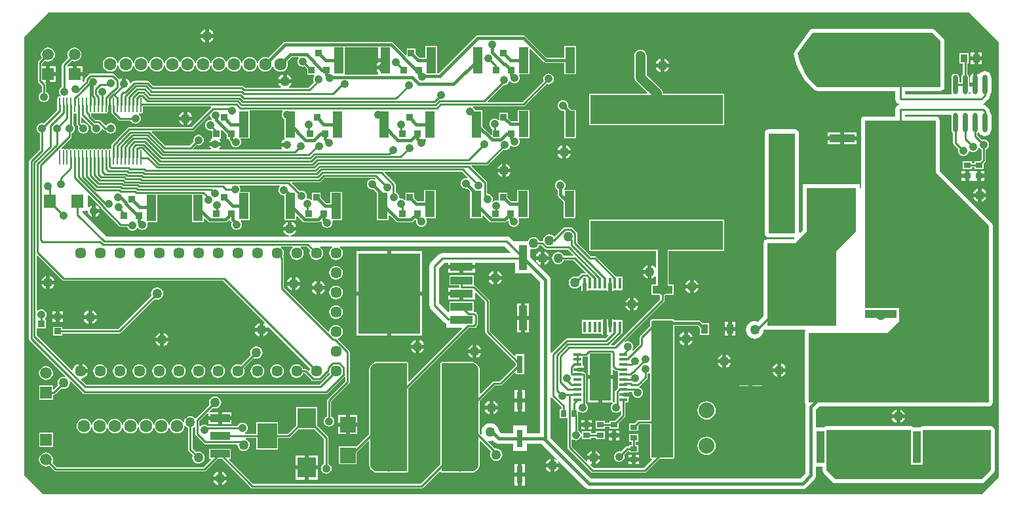
<source format=gtl>
G04 Layer_Physical_Order=1*
G04 Layer_Color=255*
%FSAX24Y24*%
%MOIN*%
G70*
G01*
G75*
%ADD10R,0.0320X0.0360*%
%ADD11R,0.0315X0.0906*%
%ADD12R,0.6750X0.1500*%
%ADD13R,0.0358X0.0480*%
%ADD14R,0.0630X0.0472*%
%ADD15R,0.0945X0.1024*%
%ADD16R,0.0984X0.0394*%
%ADD17R,0.0984X0.1299*%
%ADD18R,0.0492X0.1319*%
%ADD19R,0.0354X0.0276*%
%ADD20R,0.0276X0.0354*%
%ADD21R,0.4173X0.3465*%
%ADD22R,0.0413X0.1634*%
%ADD23R,0.0787X0.0787*%
%ADD24R,0.3150X0.4094*%
%ADD25R,0.1142X0.0394*%
%ADD26R,0.0354X0.0394*%
%ADD27R,0.0140X0.0580*%
G04:AMPARAMS|DCode=28|XSize=187mil|YSize=551.2mil|CornerRadius=93.5mil|HoleSize=0mil|Usage=FLASHONLY|Rotation=0.000|XOffset=0mil|YOffset=0mil|HoleType=Round|Shape=RoundedRectangle|*
%AMROUNDEDRECTD28*
21,1,0.1870,0.3642,0,0,0.0*
21,1,0.0000,0.5512,0,0,0.0*
1,1,0.1870,0.0000,-0.1821*
1,1,0.1870,0.0000,-0.1821*
1,1,0.1870,0.0000,0.1821*
1,1,0.1870,0.0000,0.1821*
%
%ADD28ROUNDEDRECTD28*%
%ADD29R,0.3340X0.2050*%
%ADD30R,0.0394X0.1260*%
%ADD31R,0.0950X0.1110*%
%ADD32R,0.0360X0.0320*%
%ADD33O,0.0098X0.0748*%
%ADD34O,0.0276X0.0984*%
%ADD35R,0.1024X0.0413*%
%ADD36R,0.0413X0.0177*%
%ADD37R,0.1079X0.2390*%
%ADD38R,0.1260X0.0394*%
%ADD39R,0.3465X0.4173*%
%ADD40R,0.1634X0.0413*%
%ADD41R,0.1122X0.0492*%
%ADD42R,0.2480X0.2185*%
%ADD43C,0.0150*%
%ADD44C,0.0100*%
%ADD45C,0.0500*%
%ADD46R,0.0630X0.0650*%
%ADD47R,0.1100X0.3600*%
%ADD48R,0.1350X0.5100*%
%ADD49R,0.1200X0.2350*%
%ADD50C,0.0630*%
%ADD51C,0.0591*%
%ADD52R,0.0591X0.0591*%
%ADD53C,0.0800*%
%ADD54C,0.0570*%
%ADD55C,0.0420*%
%ADD56C,0.0500*%
G36*
X067650Y032450D02*
X067650Y010300D01*
X066800Y009450D01*
X019050D01*
X018100Y010400D01*
X018100Y032700D01*
X019350Y033950D01*
X066150Y033950D01*
X067650Y032450D01*
D02*
G37*
%LPC*%
G36*
X043747Y018315D02*
X043550D01*
Y017685D01*
X043747D01*
Y018315D01*
D02*
G37*
G36*
X043350D02*
X043153D01*
Y017685D01*
X043350D01*
Y018315D01*
D02*
G37*
G36*
X054273Y017750D02*
X054094D01*
Y017510D01*
X054273D01*
Y017750D01*
D02*
G37*
G36*
X047528Y018330D02*
X047458D01*
Y018289D01*
X046475D01*
Y017591D01*
X047458D01*
Y017550D01*
X047528D01*
Y017940D01*
Y018330D01*
D02*
G37*
G36*
X053894Y018190D02*
X053715D01*
Y017950D01*
X053894D01*
Y018190D01*
D02*
G37*
G36*
X032353Y011403D02*
X031880D01*
Y010891D01*
X032353D01*
Y011403D01*
D02*
G37*
G36*
X033950Y019047D02*
X033860Y019035D01*
X033776Y019001D01*
X033705Y018945D01*
X033649Y018874D01*
X033615Y018790D01*
X033603Y018700D01*
X033615Y018610D01*
X033649Y018526D01*
X033705Y018455D01*
X033776Y018399D01*
X033860Y018365D01*
X033950Y018353D01*
X034040Y018365D01*
X034124Y018399D01*
X034195Y018455D01*
X034251Y018526D01*
X034285Y018610D01*
X034297Y018700D01*
X034285Y018790D01*
X034251Y018874D01*
X034195Y018945D01*
X034124Y019001D01*
X034040Y019035D01*
X033950Y019047D01*
D02*
G37*
G36*
X054273Y018190D02*
X054094D01*
Y017950D01*
X054273D01*
Y018190D01*
D02*
G37*
G36*
X033025Y011403D02*
X032553D01*
Y010891D01*
X033025D01*
Y011403D01*
D02*
G37*
G36*
X038200Y017287D02*
Y017050D01*
X038437D01*
X038406Y017127D01*
X038350Y017200D01*
X038277Y017256D01*
X038200Y017287D01*
D02*
G37*
G36*
X044850Y011237D02*
X044773Y011206D01*
X044700Y011150D01*
X044644Y011077D01*
X044613Y011000D01*
X044850D01*
Y011237D01*
D02*
G37*
G36*
X038000Y017287D02*
X037923Y017256D01*
X037850Y017200D01*
X037794Y017127D01*
X037763Y017050D01*
X038000D01*
Y017287D01*
D02*
G37*
G36*
X051650Y017250D02*
X051413D01*
X051444Y017173D01*
X051500Y017100D01*
X051573Y017044D01*
X051650Y017013D01*
Y017250D01*
D02*
G37*
G36*
X052087D02*
X051850D01*
Y017013D01*
X051927Y017044D01*
X052000Y017100D01*
X052056Y017173D01*
X052087Y017250D01*
D02*
G37*
G36*
X038336Y019550D02*
X036761D01*
Y017503D01*
X038336D01*
Y019550D01*
D02*
G37*
G36*
X053894Y017750D02*
X053715D01*
Y017510D01*
X053894D01*
Y017750D01*
D02*
G37*
G36*
X036561Y019550D02*
X034987D01*
Y017503D01*
X036561D01*
Y019550D01*
D02*
G37*
G36*
X051650Y017687D02*
X051573Y017656D01*
X051500Y017600D01*
X051444Y017527D01*
X051413Y017450D01*
X051650D01*
Y017687D01*
D02*
G37*
G36*
X051850D02*
Y017450D01*
X052087D01*
X052056Y017527D01*
X052000Y017600D01*
X051927Y017656D01*
X051850Y017687D01*
D02*
G37*
G36*
X032950Y019850D02*
X032713D01*
X032744Y019773D01*
X032800Y019700D01*
X032873Y019644D01*
X032950Y019613D01*
Y019850D01*
D02*
G37*
G36*
X033387D02*
X033150D01*
Y019613D01*
X033227Y019644D01*
X033300Y019700D01*
X033356Y019773D01*
X033387Y019850D01*
D02*
G37*
G36*
X040243Y019550D02*
X039672D01*
Y019353D01*
X040243D01*
Y019550D01*
D02*
G37*
G36*
X028150Y010587D02*
Y010350D01*
X028387D01*
X028356Y010427D01*
X028300Y010500D01*
X028227Y010556D01*
X028150Y010587D01*
D02*
G37*
G36*
X033950Y020047D02*
X033860Y020035D01*
X033776Y020001D01*
X033705Y019945D01*
X033649Y019874D01*
X033615Y019790D01*
X033603Y019700D01*
X033615Y019610D01*
X033649Y019526D01*
X033705Y019455D01*
X033776Y019399D01*
X033860Y019365D01*
X033950Y019353D01*
X034040Y019365D01*
X034124Y019399D01*
X034195Y019455D01*
X034251Y019526D01*
X034285Y019610D01*
X034297Y019700D01*
X034285Y019790D01*
X034251Y019874D01*
X034195Y019945D01*
X034124Y020001D01*
X034040Y020035D01*
X033950Y020047D01*
D02*
G37*
G36*
X038336Y021797D02*
X036761D01*
Y019750D01*
X038336D01*
Y021797D01*
D02*
G37*
G36*
X031700Y020050D02*
X031463D01*
X031494Y019973D01*
X031550Y019900D01*
X031623Y019844D01*
X031700Y019813D01*
Y020050D01*
D02*
G37*
G36*
X036561Y021797D02*
X034987D01*
Y019750D01*
X036561D01*
Y021797D01*
D02*
G37*
G36*
X051950Y019900D02*
X051713D01*
X051744Y019823D01*
X051800Y019750D01*
X051873Y019694D01*
X051950Y019663D01*
Y019900D01*
D02*
G37*
G36*
X052387D02*
X052150D01*
Y019663D01*
X052227Y019694D01*
X052300Y019750D01*
X052356Y019823D01*
X052387Y019900D01*
D02*
G37*
G36*
X044850Y010800D02*
X044613D01*
X044644Y010723D01*
X044700Y010650D01*
X044773Y010594D01*
X044850Y010563D01*
Y010800D01*
D02*
G37*
G36*
X043557Y010978D02*
X043400D01*
Y010525D01*
X043557D01*
Y010978D01*
D02*
G37*
G36*
X045287Y010800D02*
X045050D01*
Y010563D01*
X045127Y010594D01*
X045200Y010650D01*
X045256Y010723D01*
X045287Y010800D01*
D02*
G37*
G36*
X043350Y019144D02*
X043153D01*
Y018515D01*
X043350D01*
Y019144D01*
D02*
G37*
G36*
X043747D02*
X043550D01*
Y018515D01*
X043747D01*
Y019144D01*
D02*
G37*
G36*
X048900Y019437D02*
X048823Y019406D01*
X048750Y019350D01*
X048694Y019277D01*
X048663Y019200D01*
X048900D01*
Y019437D01*
D02*
G37*
G36*
X049100D02*
Y019200D01*
X049337D01*
X049306Y019277D01*
X049250Y019350D01*
X049177Y019406D01*
X049100Y019437D01*
D02*
G37*
G36*
X049337Y019000D02*
X049100D01*
Y018763D01*
X049177Y018794D01*
X049250Y018850D01*
X049306Y018923D01*
X049337Y019000D01*
D02*
G37*
G36*
X043200Y010978D02*
X043043D01*
Y010525D01*
X043200D01*
Y010978D01*
D02*
G37*
G36*
X048900Y019000D02*
X048663D01*
X048694Y018923D01*
X048750Y018850D01*
X048823Y018794D01*
X048900Y018763D01*
Y019000D01*
D02*
G37*
G36*
X041100Y017037D02*
Y016800D01*
X041337D01*
X041306Y016877D01*
X041250Y016950D01*
X041177Y017006D01*
X041100Y017037D01*
D02*
G37*
G36*
X042187Y013750D02*
X041950D01*
Y013513D01*
X042027Y013544D01*
X042100Y013600D01*
X042156Y013673D01*
X042187Y013750D01*
D02*
G37*
G36*
X043200Y014100D02*
X043043D01*
Y013647D01*
X043200D01*
Y014100D01*
D02*
G37*
G36*
X062650Y013737D02*
Y013500D01*
X062887D01*
X062856Y013577D01*
X062800Y013650D01*
X062727Y013706D01*
X062650Y013737D01*
D02*
G37*
G36*
X041750Y013750D02*
X041513D01*
X041544Y013673D01*
X041600Y013600D01*
X041673Y013544D01*
X041750Y013513D01*
Y013750D01*
D02*
G37*
G36*
X043557Y014100D02*
X043400D01*
Y013647D01*
X043557D01*
Y014100D01*
D02*
G37*
G36*
X043200Y014753D02*
X043043D01*
Y014300D01*
X043200D01*
Y014753D01*
D02*
G37*
G36*
X043557D02*
X043400D01*
Y014300D01*
X043557D01*
Y014753D01*
D02*
G37*
G36*
X041750Y014187D02*
X041673Y014156D01*
X041600Y014100D01*
X041544Y014027D01*
X041513Y013950D01*
X041750D01*
Y014187D01*
D02*
G37*
G36*
X041950D02*
Y013950D01*
X042187D01*
X042156Y014027D01*
X042100Y014100D01*
X042027Y014156D01*
X041950Y014187D01*
D02*
G37*
G36*
X062450Y013737D02*
X062373Y013706D01*
X062300Y013650D01*
X062244Y013577D01*
X062213Y013500D01*
X062450D01*
Y013737D01*
D02*
G37*
G36*
Y013300D02*
X062213D01*
X062244Y013223D01*
X062300Y013150D01*
X062373Y013094D01*
X062450Y013063D01*
Y013300D01*
D02*
G37*
G36*
X062887D02*
X062650D01*
Y013063D01*
X062727Y013094D01*
X062800Y013150D01*
X062856Y013223D01*
X062887Y013300D01*
D02*
G37*
G36*
X027949Y013206D02*
X027457D01*
Y013009D01*
X027949D01*
Y013206D01*
D02*
G37*
G36*
X028641D02*
X028149D01*
Y013009D01*
X028641D01*
Y013206D01*
D02*
G37*
G36*
X034450Y013481D02*
X034056D01*
Y013087D01*
X034450D01*
Y013481D01*
D02*
G37*
G36*
X027800Y014412D02*
X027719Y014401D01*
X027644Y014370D01*
X027580Y014320D01*
X027530Y014256D01*
X027499Y014181D01*
X027488Y014100D01*
X027499Y014019D01*
X027517Y013975D01*
X026841Y013298D01*
X026779Y013297D01*
X026761Y013320D01*
X026697Y013370D01*
X026622Y013401D01*
X026541Y013412D01*
X026460Y013401D01*
X026385Y013370D01*
X026321Y013320D01*
X026271Y013256D01*
X026240Y013181D01*
X026232Y013118D01*
X026181Y013103D01*
X026132Y013167D01*
X026053Y013227D01*
X025962Y013264D01*
X025865Y013277D01*
X025767Y013264D01*
X025676Y013227D01*
X025598Y013167D01*
X025538Y013089D01*
X025500Y012998D01*
X025496Y012967D01*
X025446D01*
X025442Y012998D01*
X025404Y013089D01*
X025344Y013167D01*
X025266Y013227D01*
X025175Y013264D01*
X025077Y013277D01*
X024980Y013264D01*
X024889Y013227D01*
X024811Y013167D01*
X024751Y013089D01*
X024713Y012998D01*
X024709Y012967D01*
X024658D01*
X024654Y012998D01*
X024617Y013089D01*
X024557Y013167D01*
X024479Y013227D01*
X024388Y013264D01*
X024290Y013277D01*
X024192Y013264D01*
X024101Y013227D01*
X024023Y013167D01*
X023963Y013089D01*
X023926Y012998D01*
X023920Y012957D01*
X023870D01*
X023864Y012998D01*
X023827Y013089D01*
X023767Y013167D01*
X023689Y013227D01*
X023598Y013264D01*
X023500Y013277D01*
X023402Y013264D01*
X023311Y013227D01*
X023233Y013167D01*
X023173Y013089D01*
X023136Y012998D01*
X023130Y012957D01*
X023080D01*
X023074Y012998D01*
X023037Y013089D01*
X022977Y013167D01*
X022899Y013227D01*
X022808Y013264D01*
X022710Y013277D01*
X022612Y013264D01*
X022521Y013227D01*
X022443Y013167D01*
X022383Y013089D01*
X022346Y012998D01*
X022344Y012987D01*
X022294D01*
X022292Y012998D01*
X022255Y013089D01*
X022195Y013167D01*
X022116Y013227D01*
X022025Y013264D01*
X021928Y013277D01*
X021830Y013264D01*
X021739Y013227D01*
X021661Y013167D01*
X021601Y013089D01*
X021563Y012998D01*
X021559Y012967D01*
X021509D01*
X021505Y012998D01*
X021467Y013089D01*
X021407Y013167D01*
X021329Y013227D01*
X021238Y013264D01*
X021140Y013277D01*
X021043Y013264D01*
X020952Y013227D01*
X020874Y013167D01*
X020814Y013089D01*
X020776Y012998D01*
X020763Y012900D01*
X020776Y012802D01*
X020814Y012711D01*
X020874Y012633D01*
X020952Y012573D01*
X021043Y012536D01*
X021140Y012523D01*
X021238Y012536D01*
X021329Y012573D01*
X021407Y012633D01*
X021467Y012711D01*
X021505Y012802D01*
X021509Y012833D01*
X021559D01*
X021563Y012802D01*
X021601Y012711D01*
X021661Y012633D01*
X021739Y012573D01*
X021830Y012536D01*
X021928Y012523D01*
X022025Y012536D01*
X022116Y012573D01*
X022195Y012633D01*
X022255Y012711D01*
X022292Y012802D01*
X022294Y012813D01*
X022344D01*
X022346Y012802D01*
X022383Y012711D01*
X022443Y012633D01*
X022521Y012573D01*
X022612Y012536D01*
X022710Y012523D01*
X022808Y012536D01*
X022899Y012573D01*
X022977Y012633D01*
X023037Y012711D01*
X023074Y012802D01*
X023080Y012843D01*
X023130D01*
X023136Y012802D01*
X023173Y012711D01*
X023233Y012633D01*
X023311Y012573D01*
X023402Y012536D01*
X023500Y012523D01*
X023598Y012536D01*
X023689Y012573D01*
X023767Y012633D01*
X023827Y012711D01*
X023864Y012802D01*
X023870Y012843D01*
X023920D01*
X023926Y012802D01*
X023963Y012711D01*
X024023Y012633D01*
X024101Y012573D01*
X024192Y012536D01*
X024290Y012523D01*
X024388Y012536D01*
X024479Y012573D01*
X024557Y012633D01*
X024617Y012711D01*
X024654Y012802D01*
X024658Y012833D01*
X024709D01*
X024713Y012802D01*
X024751Y012711D01*
X024811Y012633D01*
X024889Y012573D01*
X024980Y012536D01*
X025077Y012523D01*
X025175Y012536D01*
X025266Y012573D01*
X025344Y012633D01*
X025404Y012711D01*
X025442Y012802D01*
X025446Y012833D01*
X025496D01*
X025500Y012802D01*
X025538Y012711D01*
X025598Y012633D01*
X025676Y012573D01*
X025767Y012536D01*
X025865Y012523D01*
X025962Y012536D01*
X026053Y012573D01*
X026132Y012633D01*
X026192Y012711D01*
X026229Y012802D01*
X026242Y012900D01*
X026243Y012900D01*
X026290Y012919D01*
X026321Y012880D01*
X026385Y012830D01*
X026430Y012812D01*
Y011709D01*
X026430Y011709D01*
X026438Y011667D01*
X026462Y011630D01*
X026667Y011425D01*
X026649Y011381D01*
X026638Y011300D01*
X026649Y011219D01*
X026680Y011144D01*
X026730Y011080D01*
X026794Y011030D01*
X026869Y010999D01*
X026950Y010988D01*
X027031Y010999D01*
X027106Y011030D01*
X027170Y011080D01*
X027220Y011144D01*
X027251Y011219D01*
X027262Y011300D01*
X027251Y011381D01*
X027220Y011456D01*
X027170Y011520D01*
X027106Y011570D01*
X027031Y011601D01*
X026950Y011612D01*
X026869Y011601D01*
X026825Y011583D01*
X026652Y011755D01*
Y012812D01*
X026697Y012830D01*
X026739Y012862D01*
X026789Y012838D01*
Y012500D01*
X026789Y012500D01*
X026797Y012457D01*
X026821Y012421D01*
X027227Y012015D01*
X027227Y012015D01*
X027263Y011991D01*
X027306Y011983D01*
X027306Y011983D01*
X028909D01*
X028938Y011950D01*
X028949Y011869D01*
X028980Y011794D01*
X029030Y011730D01*
X029094Y011680D01*
X029169Y011649D01*
X029250Y011638D01*
X029331Y011649D01*
X029406Y011680D01*
X029470Y011730D01*
X029520Y011794D01*
X029551Y011869D01*
X029562Y011950D01*
X029551Y012031D01*
X029520Y012106D01*
X029470Y012170D01*
X029406Y012220D01*
X029360Y012239D01*
X029370Y012289D01*
X029900D01*
Y011691D01*
X031002D01*
Y012289D01*
X031542D01*
X031542Y012289D01*
X031585Y012297D01*
X031621Y012321D01*
X032039Y012740D01*
X032866D01*
X033339Y012267D01*
Y010995D01*
X033314Y010985D01*
X033258Y010942D01*
X033215Y010886D01*
X033188Y010820D01*
X033179Y010750D01*
X033188Y010680D01*
X033215Y010614D01*
X033258Y010558D01*
X033314Y010515D01*
X033380Y010488D01*
X033450Y010479D01*
X033520Y010488D01*
X033586Y010515D01*
X033642Y010558D01*
X033685Y010614D01*
X033712Y010680D01*
X033721Y010750D01*
X033712Y010820D01*
X033685Y010886D01*
X033642Y010942D01*
X033586Y010985D01*
X033561Y010995D01*
Y012313D01*
X033561Y012313D01*
X033553Y012356D01*
X033529Y012392D01*
X032984Y012936D01*
Y013881D01*
X031921D01*
Y012936D01*
X031496Y012511D01*
X031002D01*
Y013109D01*
X029900D01*
Y012511D01*
X029336D01*
X029327Y012561D01*
X029336Y012565D01*
X029392Y012608D01*
X029435Y012664D01*
X029462Y012730D01*
X029471Y012800D01*
X029462Y012870D01*
X029435Y012936D01*
X029392Y012992D01*
X029336Y013035D01*
X029270Y013062D01*
X029200Y013071D01*
X029130Y013062D01*
X029064Y013035D01*
X029008Y012992D01*
X028965Y012936D01*
X028955Y012911D01*
X027417D01*
X027386Y012935D01*
X027320Y012962D01*
X027250Y012971D01*
X027180Y012962D01*
X027114Y012935D01*
X027061Y012894D01*
X027047Y012897D01*
X027011Y012913D01*
Y013154D01*
X027411Y013554D01*
X027457Y013535D01*
Y013406D01*
X027949D01*
Y013602D01*
X027525D01*
X027506Y013649D01*
X027675Y013817D01*
X027719Y013799D01*
X027800Y013788D01*
X027881Y013799D01*
X027956Y013830D01*
X028020Y013880D01*
X028070Y013944D01*
X028101Y014019D01*
X028112Y014100D01*
X028101Y014181D01*
X028070Y014256D01*
X028020Y014320D01*
X027956Y014370D01*
X027881Y014401D01*
X027800Y014412D01*
D02*
G37*
G36*
X028641Y013602D02*
X028149D01*
Y013406D01*
X028641D01*
Y013602D01*
D02*
G37*
G36*
X035044Y013481D02*
X034650D01*
Y013087D01*
X035044D01*
Y013481D01*
D02*
G37*
G36*
X052800Y014163D02*
X052680Y014147D01*
X052568Y014101D01*
X052473Y014027D01*
X052399Y013932D01*
X052353Y013820D01*
X052337Y013700D01*
X052353Y013580D01*
X052399Y013468D01*
X052473Y013373D01*
X052568Y013299D01*
X052680Y013253D01*
X052800Y013237D01*
X052920Y013253D01*
X053032Y013299D01*
X053127Y013373D01*
X053201Y013468D01*
X053247Y013580D01*
X053263Y013700D01*
X053247Y013820D01*
X053201Y013932D01*
X053127Y014027D01*
X053032Y014101D01*
X052920Y014147D01*
X052800Y014163D01*
D02*
G37*
G36*
X054944Y014965D02*
X054469D01*
Y014950D01*
X054944D01*
Y014965D01*
D02*
G37*
G36*
X053600Y016537D02*
X053523Y016506D01*
X053450Y016450D01*
X053394Y016377D01*
X053363Y016300D01*
X053600D01*
Y016537D01*
D02*
G37*
G36*
X053800D02*
Y016300D01*
X054037D01*
X054006Y016377D01*
X053950Y016450D01*
X053877Y016506D01*
X053800Y016537D01*
D02*
G37*
G36*
X053600Y016100D02*
X053363D01*
X053394Y016023D01*
X053450Y015950D01*
X053523Y015894D01*
X053600Y015863D01*
Y016100D01*
D02*
G37*
G36*
X054037D02*
X053800D01*
Y015863D01*
X053877Y015894D01*
X053950Y015950D01*
X054006Y016023D01*
X054037Y016100D01*
D02*
G37*
G36*
X040900Y016600D02*
X040663D01*
X040694Y016523D01*
X040750Y016450D01*
X040823Y016394D01*
X040900Y016363D01*
Y016600D01*
D02*
G37*
G36*
X038437Y016850D02*
X038200D01*
Y016613D01*
X038277Y016644D01*
X038350Y016700D01*
X038406Y016773D01*
X038437Y016850D01*
D02*
G37*
G36*
X040900Y017037D02*
X040823Y017006D01*
X040750Y016950D01*
X040694Y016877D01*
X040663Y016800D01*
X040900D01*
Y017037D01*
D02*
G37*
G36*
X041337Y016600D02*
X041100D01*
Y016363D01*
X041177Y016394D01*
X041250Y016450D01*
X041306Y016523D01*
X041337Y016600D01*
D02*
G37*
G36*
X038000Y016850D02*
X037763D01*
X037794Y016773D01*
X037850Y016700D01*
X037923Y016644D01*
X038000Y016613D01*
Y016850D01*
D02*
G37*
G36*
X056600Y016087D02*
Y015850D01*
X056837D01*
X056806Y015927D01*
X056750Y016000D01*
X056677Y016056D01*
X056600Y016087D01*
D02*
G37*
G36*
X035044Y012887D02*
X034650D01*
Y012494D01*
X035044D01*
Y012887D01*
D02*
G37*
G36*
X034450D02*
X034056D01*
Y012494D01*
X034450D01*
Y012887D01*
D02*
G37*
G36*
X055619Y014965D02*
X055144D01*
Y014950D01*
X055619D01*
Y014965D01*
D02*
G37*
G36*
X019200Y015957D02*
X019108Y015945D01*
X019021Y015910D01*
X018947Y015853D01*
X018890Y015779D01*
X018855Y015692D01*
X018843Y015600D01*
X018855Y015508D01*
X018890Y015421D01*
X018947Y015347D01*
X019021Y015290D01*
X019108Y015255D01*
X019200Y015243D01*
X019293Y015255D01*
X019379Y015290D01*
X019453Y015347D01*
X019510Y015421D01*
X019545Y015508D01*
X019557Y015600D01*
X019545Y015692D01*
X019510Y015779D01*
X019453Y015853D01*
X019379Y015910D01*
X019293Y015945D01*
X019200Y015957D01*
D02*
G37*
G36*
X019554Y012554D02*
X018846D01*
Y011846D01*
X019554D01*
Y012554D01*
D02*
G37*
G36*
X056837Y015650D02*
X056600D01*
Y015413D01*
X056677Y015444D01*
X056750Y015500D01*
X056806Y015573D01*
X056837Y015650D01*
D02*
G37*
G36*
X056400Y016087D02*
X056323Y016056D01*
X056250Y016000D01*
X056194Y015927D01*
X056163Y015850D01*
X056400D01*
Y016087D01*
D02*
G37*
G36*
X052800Y012363D02*
X052680Y012347D01*
X052568Y012301D01*
X052473Y012227D01*
X052399Y012132D01*
X052353Y012020D01*
X052337Y011900D01*
X052353Y011780D01*
X052399Y011668D01*
X052473Y011573D01*
X052568Y011499D01*
X052680Y011453D01*
X052800Y011437D01*
X052920Y011453D01*
X053032Y011499D01*
X053127Y011573D01*
X053201Y011668D01*
X053247Y011780D01*
X053263Y011900D01*
X053247Y012020D01*
X053201Y012132D01*
X053127Y012227D01*
X053032Y012301D01*
X052920Y012347D01*
X052800Y012363D01*
D02*
G37*
G36*
X056400Y015650D02*
X056163D01*
X056194Y015573D01*
X056250Y015500D01*
X056323Y015444D01*
X056400Y015413D01*
Y015650D01*
D02*
G37*
G36*
X060415Y027450D02*
X059785D01*
Y027253D01*
X060415D01*
Y027450D01*
D02*
G37*
G36*
X045500Y029471D02*
X045430Y029462D01*
X045364Y029435D01*
X045308Y029392D01*
X045265Y029336D01*
X045238Y029270D01*
X045229Y029200D01*
X045238Y029130D01*
X045265Y029064D01*
X045308Y029008D01*
X045364Y028965D01*
X045430Y028938D01*
X045500Y028929D01*
X045511Y028930D01*
X045549Y028897D01*
Y027546D01*
X046159D01*
Y028983D01*
X045911D01*
X045762Y029131D01*
X045771Y029200D01*
X045762Y029270D01*
X045735Y029336D01*
X045692Y029392D01*
X045636Y029435D01*
X045570Y029462D01*
X045500Y029471D01*
D02*
G37*
G36*
X059585Y027450D02*
X058956D01*
Y027253D01*
X059585D01*
Y027450D01*
D02*
G37*
G36*
X045450Y027187D02*
X045373Y027156D01*
X045300Y027100D01*
X045244Y027027D01*
X045213Y026950D01*
X045450D01*
Y027187D01*
D02*
G37*
G36*
X045650D02*
Y026950D01*
X045887D01*
X045856Y027027D01*
X045800Y027100D01*
X045727Y027156D01*
X045650Y027187D01*
D02*
G37*
G36*
X027950Y010150D02*
X027713D01*
X027744Y010073D01*
X027800Y010000D01*
X027873Y009944D01*
X027950Y009913D01*
Y010150D01*
D02*
G37*
G36*
X043557Y010325D02*
X043400D01*
Y009872D01*
X043557D01*
Y010325D01*
D02*
G37*
G36*
X049436Y032048D02*
X049356Y032037D01*
X049280Y032006D01*
X049216Y031957D01*
X049166Y031892D01*
X049135Y031817D01*
X049124Y031736D01*
Y031200D01*
Y030648D01*
X049135Y030567D01*
X049166Y030492D01*
X049216Y030428D01*
X049788Y029855D01*
X049769Y029809D01*
X046816D01*
Y028191D01*
X053684D01*
Y029809D01*
X050601D01*
X050562Y029834D01*
X050551Y029915D01*
X050520Y029990D01*
X050470Y030055D01*
X049748Y030777D01*
Y031200D01*
Y031736D01*
X049737Y031817D01*
X049706Y031892D01*
X049657Y031957D01*
X049592Y032006D01*
X049517Y032037D01*
X049436Y032048D01*
D02*
G37*
G36*
X059585Y027847D02*
X058956D01*
Y027650D01*
X059585D01*
Y027847D01*
D02*
G37*
G36*
X060415D02*
X059785D01*
Y027650D01*
X060415D01*
Y027847D01*
D02*
G37*
G36*
X042837Y025800D02*
X042600D01*
Y025563D01*
X042677Y025594D01*
X042750Y025650D01*
X042806Y025723D01*
X042837Y025800D01*
D02*
G37*
G36*
X065950Y025862D02*
X065773D01*
Y025724D01*
X065950D01*
Y025862D01*
D02*
G37*
G36*
X042400Y025800D02*
X042163D01*
X042194Y025723D01*
X042250Y025650D01*
X042323Y025594D01*
X042400Y025563D01*
Y025800D01*
D02*
G37*
G36*
X065950Y025524D02*
X065773D01*
Y025387D01*
X065950D01*
Y025524D01*
D02*
G37*
G36*
X066927D02*
X066750D01*
Y025387D01*
X066927D01*
Y025524D01*
D02*
G37*
G36*
X045450Y026750D02*
X045213D01*
X045244Y026673D01*
X045300Y026600D01*
X045373Y026544D01*
X045450Y026513D01*
Y026750D01*
D02*
G37*
G36*
X045887D02*
X045650D01*
Y026513D01*
X045727Y026544D01*
X045800Y026600D01*
X045856Y026673D01*
X045887Y026750D01*
D02*
G37*
G36*
X042600Y026237D02*
Y026000D01*
X042837D01*
X042806Y026077D01*
X042750Y026150D01*
X042677Y026206D01*
X042600Y026237D01*
D02*
G37*
G36*
X066750Y025862D02*
Y025724D01*
X066927D01*
Y025862D01*
X066750D01*
D02*
G37*
G36*
X042400Y026237D02*
X042323Y026206D01*
X042250Y026150D01*
X042194Y026077D01*
X042163Y026000D01*
X042400D01*
Y026237D01*
D02*
G37*
G36*
X043200Y010325D02*
X043043D01*
Y009872D01*
X043200D01*
Y010325D01*
D02*
G37*
G36*
X066415Y031897D02*
X066238D01*
Y031700D01*
X066415D01*
Y031897D01*
D02*
G37*
G36*
X066792D02*
X066615D01*
Y031700D01*
X066792D01*
Y031897D01*
D02*
G37*
G36*
X019300Y032157D02*
X019208Y032145D01*
X019121Y032110D01*
X019047Y032053D01*
X018990Y031979D01*
X018955Y031892D01*
X018943Y031800D01*
X018955Y031707D01*
X018983Y031640D01*
X018817Y031474D01*
X018793Y031438D01*
X018784Y031396D01*
X018784Y031396D01*
Y030460D01*
X018784Y030460D01*
X018793Y030417D01*
X018817Y030381D01*
X018989Y030209D01*
Y029895D01*
X018964Y029885D01*
X018908Y029842D01*
X018865Y029786D01*
X018838Y029720D01*
X018829Y029650D01*
X018838Y029580D01*
X018865Y029514D01*
X018908Y029458D01*
X018964Y029415D01*
X019030Y029388D01*
X019100Y029379D01*
X019170Y029388D01*
X019236Y029415D01*
X019292Y029458D01*
X019335Y029514D01*
X019362Y029580D01*
X019371Y029650D01*
X019362Y029720D01*
X019335Y029786D01*
X019292Y029842D01*
X019236Y029885D01*
X019211Y029895D01*
Y030255D01*
X019211Y030255D01*
X019203Y030298D01*
X019179Y030334D01*
X019179Y030334D01*
X019154Y030359D01*
X019173Y030405D01*
X019200D01*
Y030800D01*
Y031195D01*
X019007D01*
Y031350D01*
X019140Y031483D01*
X019208Y031455D01*
X019300Y031443D01*
X019392Y031455D01*
X019479Y031490D01*
X019553Y031547D01*
X019610Y031621D01*
X019645Y031707D01*
X019657Y031800D01*
X019645Y031892D01*
X019610Y031979D01*
X019553Y032053D01*
X019479Y032110D01*
X019392Y032145D01*
X019300Y032157D01*
D02*
G37*
G36*
X050450Y031587D02*
X050373Y031556D01*
X050300Y031500D01*
X050244Y031427D01*
X050213Y031350D01*
X050450D01*
Y031587D01*
D02*
G37*
G36*
X050650D02*
Y031350D01*
X050887D01*
X050856Y031427D01*
X050800Y031500D01*
X050727Y031556D01*
X050650Y031587D01*
D02*
G37*
G36*
X027500Y033087D02*
Y032850D01*
X027737D01*
X027706Y032927D01*
X027650Y033000D01*
X027577Y033056D01*
X027500Y033087D01*
D02*
G37*
G36*
X064300Y033101D02*
X058179Y033101D01*
X058162Y033097D01*
X058146Y033098D01*
X058124Y033090D01*
X058102Y033085D01*
X058088Y033076D01*
X058073Y033070D01*
X058056Y033055D01*
X058037Y033042D01*
X058028Y033028D01*
X058015Y033017D01*
X057278Y031985D01*
X057262Y031950D01*
X057246Y031916D01*
X057246Y031915D01*
X057245Y031914D01*
X057244Y031876D01*
X057243Y031837D01*
X057262Y031713D01*
X057266Y031702D01*
X057267Y031691D01*
X057366Y031325D01*
X057371Y031313D01*
X057374Y031301D01*
X057493Y031014D01*
X057499Y031005D01*
X057502Y030994D01*
X057652Y030722D01*
X057660Y030714D01*
X057664Y030703D01*
X057844Y030450D01*
X057854Y030441D01*
X057861Y030429D01*
X058165Y030106D01*
X058176Y030098D01*
X058184Y030088D01*
X058299Y029994D01*
X058325Y029981D01*
X058349Y029965D01*
X058359Y029963D01*
X058368Y029958D01*
X058397Y029955D01*
X058426Y029949D01*
X062398Y029949D01*
Y029526D01*
X062417Y029429D01*
X062472Y029348D01*
X062554Y029293D01*
X062578Y029288D01*
Y029237D01*
X062554Y029233D01*
X062472Y029178D01*
X062417Y029096D01*
X062398Y029000D01*
Y028651D01*
X060850D01*
X060773Y028635D01*
X060708Y028592D01*
X060665Y028527D01*
X060649Y028450D01*
Y025012D01*
X060599Y025007D01*
X060585Y025077D01*
X060582Y025082D01*
Y025189D01*
X060457D01*
X060400Y025201D01*
X057900D01*
X057843Y025189D01*
X057708D01*
Y025043D01*
X057699Y025000D01*
Y022883D01*
X057551Y022735D01*
X057501Y022755D01*
Y027800D01*
X057485Y027877D01*
X057442Y027942D01*
X057441Y027942D01*
Y027944D01*
X057439D01*
X057377Y027985D01*
X057300Y028001D01*
X055950D01*
X055873Y027985D01*
X055811Y027944D01*
X055788D01*
Y027912D01*
X055765Y027877D01*
X055749Y027800D01*
Y025050D01*
Y022700D01*
X055765Y022623D01*
X055808Y022558D01*
X055808Y022558D01*
Y022556D01*
X055812D01*
X055873Y022515D01*
X055950Y022499D01*
X057245D01*
X057265Y022449D01*
X057217Y022401D01*
X055900D01*
X055823Y022385D01*
X055820Y022383D01*
X055716D01*
Y022279D01*
X055715Y022277D01*
X055699Y022200D01*
Y018510D01*
X055407Y018218D01*
X055367Y018235D01*
X055250Y018251D01*
X055133Y018235D01*
X055025Y018190D01*
X054931Y018119D01*
X054860Y018025D01*
X054815Y017917D01*
X054799Y017800D01*
X054815Y017683D01*
X054860Y017575D01*
X054931Y017481D01*
X055025Y017410D01*
X055133Y017365D01*
X055250Y017349D01*
X055367Y017365D01*
X055475Y017410D01*
X055569Y017481D01*
X055640Y017575D01*
X055685Y017683D01*
X055701Y017800D01*
X055717Y017817D01*
X055820D01*
X055823Y017815D01*
X055900Y017799D01*
X057773D01*
X057817Y017784D01*
Y017730D01*
X057815Y017727D01*
X057799Y017650D01*
Y014100D01*
X057815Y014023D01*
X057817Y014020D01*
Y013926D01*
X057817D01*
X057833Y013908D01*
X057826Y013855D01*
Y010514D01*
X057565Y010252D01*
X057552D01*
X057550Y010250D01*
X054850Y010250D01*
X054848Y010252D01*
X046935D01*
X044874Y012314D01*
Y014351D01*
X044912Y014366D01*
X044924Y014367D01*
X045413Y013878D01*
Y013786D01*
X045328D01*
Y013314D01*
X045718D01*
Y011821D01*
X045718Y011821D01*
X045726Y011779D01*
X045750Y011743D01*
X046921Y010571D01*
X046921Y010571D01*
X046957Y010547D01*
X047000Y010539D01*
X047000Y010539D01*
X049650D01*
X049650Y010539D01*
X049693Y010547D01*
X049729Y010571D01*
X050393Y011236D01*
X051100D01*
X051145Y011255D01*
X051145Y011255D01*
X051164Y011300D01*
Y014900D01*
X051164Y014900D01*
X051164Y018013D01*
X052350D01*
X052468Y017895D01*
Y017551D01*
X052944D01*
Y018149D01*
X052600D01*
X052503Y018247D01*
X052459Y018276D01*
X052406Y018287D01*
X051149D01*
X051145Y018295D01*
X051121Y018305D01*
Y018330D01*
X049979D01*
Y018305D01*
X049955Y018295D01*
X049936Y018250D01*
X049936Y017993D01*
X049421Y017479D01*
X049397Y017443D01*
X049389Y017400D01*
X049389Y017400D01*
Y017087D01*
X049050Y016748D01*
X049047Y016748D01*
X049029Y016767D01*
X049020Y016794D01*
X049035Y016814D01*
X049062Y016880D01*
X049071Y016950D01*
X049062Y017020D01*
X049035Y017086D01*
X048992Y017142D01*
X048936Y017185D01*
X048870Y017212D01*
X048800Y017221D01*
X048730Y017212D01*
X048664Y017185D01*
X048659Y017181D01*
X048626Y017218D01*
X050629Y019221D01*
X050653Y019257D01*
X050661Y019300D01*
X050661Y019300D01*
Y019547D01*
X050706Y019566D01*
X050711Y019570D01*
X051121D01*
Y020102D01*
X050862D01*
Y021791D01*
X053684D01*
Y023409D01*
X046816D01*
Y021791D01*
X050238D01*
Y020966D01*
X050188Y020949D01*
X050150Y021000D01*
X050077Y021056D01*
X050000Y021087D01*
Y020750D01*
Y020413D01*
X050077Y020444D01*
X050150Y020500D01*
X050188Y020551D01*
X050238Y020534D01*
Y020102D01*
X049979D01*
Y019570D01*
X050389D01*
X050394Y019566D01*
X050439Y019547D01*
Y019346D01*
X048104Y017011D01*
X047948D01*
X047929Y017057D01*
X048462Y017591D01*
X048525D01*
Y018289D01*
X048054D01*
Y018330D01*
X047984D01*
Y017940D01*
X047784D01*
Y018330D01*
X047728D01*
Y017940D01*
Y017550D01*
X047786D01*
X047805Y017504D01*
X047662Y017361D01*
X045700D01*
X045700Y017361D01*
X045658Y017353D01*
X045622Y017329D01*
X045622Y017329D01*
X044924Y016631D01*
X044912Y016632D01*
X044874Y016648D01*
Y020335D01*
X044865Y020406D01*
X044837Y020473D01*
X044794Y020529D01*
X043844Y021479D01*
Y021876D01*
X043894Y021910D01*
X043919Y021899D01*
X044000Y021888D01*
X044081Y021899D01*
X044156Y021930D01*
X044220Y021980D01*
X044270Y022044D01*
X044288Y022089D01*
X044396D01*
X044573Y021912D01*
X044573Y021912D01*
X044609Y021888D01*
X044651Y021880D01*
X045753D01*
X046026Y021607D01*
X046007Y021561D01*
X045538D01*
X045520Y021606D01*
X045470Y021670D01*
X045406Y021720D01*
X045331Y021751D01*
X045250Y021762D01*
X045169Y021751D01*
X045094Y021720D01*
X045030Y021670D01*
X044980Y021606D01*
X044949Y021531D01*
X044938Y021450D01*
X044949Y021369D01*
X044980Y021294D01*
X045030Y021230D01*
X045094Y021180D01*
X045169Y021149D01*
X045250Y021138D01*
X045331Y021149D01*
X045406Y021180D01*
X045470Y021230D01*
X045520Y021294D01*
X045538Y021339D01*
X046038D01*
X046661Y020716D01*
X046642Y020670D01*
X046489D01*
X046447Y020662D01*
X046411Y020638D01*
X046411Y020638D01*
X046247Y020474D01*
X046181Y020501D01*
X046100Y020512D01*
X046019Y020501D01*
X045944Y020470D01*
X045880Y020420D01*
X045830Y020356D01*
X045799Y020281D01*
X045788Y020200D01*
X045799Y020119D01*
X045830Y020044D01*
X045880Y019980D01*
X045944Y019930D01*
X046019Y019899D01*
X046100Y019888D01*
X046181Y019899D01*
X046256Y019930D01*
X046320Y019980D01*
X046370Y020044D01*
X046384Y020079D01*
X046434Y020069D01*
Y019770D01*
X046504D01*
Y020160D01*
X046704D01*
Y019770D01*
X046774D01*
Y019811D01*
X047714D01*
Y019770D01*
X047784D01*
Y020160D01*
X047984D01*
Y019770D01*
X048054D01*
Y019811D01*
X048525D01*
Y020509D01*
X048206D01*
X047196Y021520D01*
X047160Y021544D01*
X047117Y021552D01*
X047117Y021552D01*
X046905D01*
X046220Y022237D01*
Y022699D01*
X046220Y022699D01*
X046212Y022741D01*
X046188Y022777D01*
X046188Y022777D01*
X045977Y022988D01*
X045941Y023012D01*
X045899Y023020D01*
X045899Y023020D01*
X045601D01*
X045559Y023012D01*
X045523Y022988D01*
X045084Y022549D01*
X045034Y022552D01*
X045020Y022570D01*
X044956Y022620D01*
X044881Y022651D01*
X044800Y022662D01*
X044719Y022651D01*
X044644Y022620D01*
X044580Y022570D01*
X044530Y022506D01*
X044499Y022431D01*
X044489Y022353D01*
X044488Y022349D01*
X044443Y022311D01*
X044442Y022311D01*
X044442Y022311D01*
X044288D01*
X044270Y022356D01*
X044220Y022420D01*
X044156Y022470D01*
X044081Y022501D01*
X044000Y022512D01*
X043919Y022501D01*
X043844Y022470D01*
X043780Y022420D01*
X043730Y022356D01*
X043712Y022312D01*
X043056D01*
Y022300D01*
X043010Y022281D01*
X042813Y022478D01*
X042732Y022533D01*
X042635Y022552D01*
X031639D01*
X031636Y022602D01*
X031691Y022609D01*
X031777Y022644D01*
X031850Y022700D01*
X031906Y022773D01*
X031937Y022850D01*
X031263D01*
X031294Y022773D01*
X031350Y022700D01*
X031423Y022644D01*
X031509Y022609D01*
X031564Y022602D01*
X031561Y022552D01*
X022263D01*
X021060Y023754D01*
Y023824D01*
X021124D01*
X021200Y023840D01*
X021266Y023883D01*
X021282Y023882D01*
X021325Y023845D01*
X021336Y023764D01*
X021367Y023689D01*
X021417Y023624D01*
X021482Y023574D01*
X021538Y023551D01*
Y023845D01*
Y024139D01*
X021482Y024116D01*
X021417Y024066D01*
X021399Y024043D01*
X021331Y024036D01*
X021324Y024042D01*
Y024648D01*
X021374Y024668D01*
X021970Y024073D01*
Y024068D01*
X021970Y024068D01*
X021978Y024025D01*
X022002Y023989D01*
X022920Y023071D01*
X022920Y023071D01*
X022956Y023047D01*
X022999Y023039D01*
X023337D01*
X023338Y023030D01*
X023365Y022964D01*
X023408Y022908D01*
X023464Y022865D01*
X023530Y022838D01*
X023600Y022829D01*
X023670Y022838D01*
X023736Y022865D01*
X023792Y022908D01*
X023835Y022964D01*
X023837Y022969D01*
X023894Y022976D01*
X023908Y022958D01*
X023964Y022915D01*
X024030Y022888D01*
X024100Y022879D01*
X024170Y022888D01*
X024236Y022915D01*
X024292Y022958D01*
X024335Y023014D01*
X024362Y023080D01*
X024371Y023150D01*
X024362Y023220D01*
X024354Y023240D01*
X024382Y023281D01*
X024874D01*
Y024671D01*
X026626D01*
Y023281D01*
X027236D01*
Y023436D01*
X027282Y023455D01*
X027442Y023296D01*
X027487Y023266D01*
X027539Y023256D01*
X028316D01*
X028368Y023266D01*
X028413Y023296D01*
X028516Y023399D01*
X028567Y023380D01*
X028574Y023348D01*
X028603Y023303D01*
X028652Y023255D01*
X028638Y023220D01*
X028629Y023150D01*
X028638Y023080D01*
X028665Y023014D01*
X028708Y022958D01*
X028764Y022915D01*
X028830Y022888D01*
X028900Y022879D01*
X028970Y022888D01*
X029036Y022915D01*
X029092Y022958D01*
X029135Y023014D01*
X029162Y023080D01*
X029171Y023150D01*
X029162Y023220D01*
X029135Y023286D01*
X029100Y023331D01*
X029116Y023381D01*
X029574D01*
Y024818D01*
X029103D01*
X029088Y024842D01*
X029077Y024869D01*
X029085Y024931D01*
X029076Y025001D01*
X029049Y025066D01*
X029024Y025098D01*
X029049Y025148D01*
X031099D01*
X031116Y025098D01*
X031108Y025092D01*
X031065Y025036D01*
X031038Y024970D01*
X031029Y024900D01*
X031038Y024830D01*
X031065Y024764D01*
X031108Y024708D01*
X031164Y024665D01*
X031230Y024638D01*
X031300Y024629D01*
X031326Y024606D01*
Y023381D01*
X031936D01*
Y023558D01*
X031982Y023577D01*
X032264Y023296D01*
X032308Y023266D01*
X032360Y023256D01*
X033016D01*
X033068Y023266D01*
X033113Y023296D01*
X033150Y023333D01*
X033205Y023329D01*
X033234Y023291D01*
X033229Y023250D01*
X033238Y023180D01*
X033265Y023114D01*
X033308Y023058D01*
X033364Y023015D01*
X033430Y022988D01*
X033500Y022979D01*
X033570Y022988D01*
X033636Y023015D01*
X033692Y023058D01*
X033735Y023114D01*
X033762Y023180D01*
X033771Y023250D01*
X033762Y023320D01*
X033754Y023340D01*
X033782Y023381D01*
X034274D01*
Y024818D01*
X033664D01*
Y024237D01*
X033447D01*
X033169Y024514D01*
Y024779D01*
X032731D01*
Y024417D01*
X032681Y024400D01*
X032636Y024435D01*
X032570Y024462D01*
X032500Y024471D01*
X032492Y024470D01*
X032456Y024516D01*
X032462Y024530D01*
X032471Y024600D01*
X032462Y024670D01*
X032435Y024736D01*
X032392Y024792D01*
X032336Y024835D01*
X032270Y024862D01*
X032200Y024871D01*
X032130Y024862D01*
X032105Y024852D01*
X031696Y025261D01*
X031715Y025307D01*
X033099D01*
X033099Y025307D01*
X033142Y025316D01*
X033178Y025340D01*
X033363Y025525D01*
X035917D01*
X035974Y025468D01*
X035941Y025431D01*
X035936Y025435D01*
X035870Y025462D01*
X035800Y025471D01*
X035730Y025462D01*
X035664Y025435D01*
X035608Y025392D01*
X035565Y025336D01*
X035538Y025270D01*
X035529Y025200D01*
X035538Y025130D01*
X035565Y025064D01*
X035608Y025008D01*
X035664Y024965D01*
X035730Y024938D01*
X035800Y024929D01*
X035869Y024938D01*
X036026Y024781D01*
Y023381D01*
X036636D01*
Y023608D01*
X036682Y023627D01*
X037014Y023296D01*
X037058Y023266D01*
X037110Y023256D01*
X037766D01*
X037818Y023266D01*
X037863Y023296D01*
X037987Y023420D01*
X038038Y023369D01*
X038029Y023300D01*
X038038Y023230D01*
X038065Y023164D01*
X038108Y023108D01*
X038164Y023065D01*
X038230Y023038D01*
X038300Y023029D01*
X038370Y023038D01*
X038436Y023065D01*
X038492Y023108D01*
X038535Y023164D01*
X038562Y023230D01*
X038571Y023300D01*
X038562Y023370D01*
X038537Y023431D01*
X038550Y023468D01*
X038556Y023481D01*
X039024D01*
Y024918D01*
X038414D01*
Y024337D01*
X038097D01*
X037919Y024514D01*
Y024779D01*
X037481D01*
Y024417D01*
X037431Y024400D01*
X037386Y024435D01*
X037320Y024462D01*
X037250Y024471D01*
X037217Y024467D01*
X037172Y024511D01*
X037175Y024531D01*
X037166Y024601D01*
X037138Y024667D01*
X037095Y024723D01*
X037039Y024766D01*
X036980Y024790D01*
Y025182D01*
X036972Y025225D01*
X036948Y025261D01*
X036948Y025261D01*
X036411Y025797D01*
X036430Y025844D01*
X040349D01*
X040634Y025558D01*
X040631Y025547D01*
X040608Y025514D01*
X040550Y025521D01*
X040480Y025512D01*
X040414Y025485D01*
X040358Y025442D01*
X040315Y025386D01*
X040288Y025320D01*
X040279Y025250D01*
X040288Y025180D01*
X040315Y025114D01*
X040358Y025058D01*
X040414Y025015D01*
X040480Y024988D01*
X040550Y024979D01*
X040619Y024988D01*
X040776Y024831D01*
Y023481D01*
X041386D01*
Y023608D01*
X041432Y023627D01*
X041764Y023296D01*
X041808Y023266D01*
X041860Y023256D01*
X042516D01*
X042568Y023266D01*
X042613Y023296D01*
X042685Y023368D01*
X042692Y023368D01*
X042735Y023347D01*
X042729Y023300D01*
X042738Y023230D01*
X042765Y023164D01*
X042808Y023108D01*
X042864Y023065D01*
X042930Y023038D01*
X043000Y023029D01*
X043070Y023038D01*
X043136Y023065D01*
X043192Y023108D01*
X043235Y023164D01*
X043262Y023230D01*
X043271Y023300D01*
X043262Y023370D01*
X043237Y023431D01*
X043250Y023468D01*
X043256Y023481D01*
X043774D01*
Y024918D01*
X043164D01*
Y024337D01*
X042847D01*
X042669Y024514D01*
Y024779D01*
X042231D01*
Y024382D01*
X042189Y024354D01*
X042170Y024362D01*
X042100Y024371D01*
X042030Y024362D01*
X041964Y024335D01*
X041940Y024316D01*
X041899Y024348D01*
X041912Y024380D01*
X041921Y024450D01*
X041912Y024520D01*
X041885Y024586D01*
X041842Y024642D01*
X041786Y024685D01*
X041720Y024712D01*
X041650Y024721D01*
X041630Y024739D01*
Y025282D01*
X041630Y025282D01*
X041622Y025325D01*
X041598Y025361D01*
X041598Y025361D01*
X040843Y026115D01*
X040862Y026162D01*
X041617D01*
X041617Y026162D01*
X041660Y026170D01*
X041696Y026194D01*
X042449Y026947D01*
X042474Y026937D01*
X042544Y026928D01*
X042614Y026937D01*
X042679Y026964D01*
X042736Y027007D01*
X042779Y027064D01*
X042806Y027129D01*
X042859Y027151D01*
X042887Y027129D01*
X042953Y027102D01*
X043023Y027093D01*
X043093Y027102D01*
X043159Y027129D01*
X043215Y027172D01*
X043258Y027228D01*
X043285Y027294D01*
X043294Y027364D01*
X043285Y027434D01*
X043260Y027496D01*
X043273Y027532D01*
X043279Y027546D01*
X043797D01*
Y028983D01*
X043187D01*
Y028401D01*
X042869D01*
X042692Y028578D01*
Y028843D01*
X042254D01*
Y028481D01*
X042204Y028464D01*
X042159Y028499D01*
X042093Y028526D01*
X042023Y028536D01*
X041953Y028526D01*
X041887Y028499D01*
X041831Y028456D01*
X041788Y028400D01*
X041761Y028334D01*
X041751Y028264D01*
X041761Y028194D01*
X041788Y028128D01*
X041831Y028072D01*
X041859Y028051D01*
X041880Y028010D01*
Y027719D01*
X041834Y027699D01*
X041386Y028147D01*
Y028969D01*
X041012D01*
X041012Y028970D01*
X040985Y029036D01*
X040942Y029092D01*
X040921Y029108D01*
X040938Y029158D01*
X043486D01*
X043486Y029158D01*
X043528Y029166D01*
X043564Y029190D01*
X044678Y030304D01*
X044703Y030294D01*
X044773Y030285D01*
X044843Y030294D01*
X044909Y030321D01*
X044965Y030364D01*
X045008Y030420D01*
X045035Y030486D01*
X045044Y030556D01*
X045035Y030626D01*
X045008Y030692D01*
X044965Y030748D01*
X044909Y030791D01*
X044843Y030818D01*
X044773Y030827D01*
X044703Y030818D01*
X044637Y030791D01*
X044581Y030748D01*
X044538Y030692D01*
X044511Y030626D01*
X044501Y030556D01*
X044511Y030486D01*
X044521Y030461D01*
X043440Y029380D01*
X041675D01*
X041656Y029426D01*
X042463Y030234D01*
X042500Y030229D01*
X042570Y030238D01*
X042636Y030265D01*
X042692Y030308D01*
X042735Y030364D01*
X042762Y030430D01*
X042762Y030430D01*
X042814Y030444D01*
X042831Y030422D01*
X042887Y030379D01*
X042953Y030352D01*
X043023Y030343D01*
X043093Y030352D01*
X043159Y030379D01*
X043215Y030422D01*
X043258Y030478D01*
X043285Y030544D01*
X043294Y030614D01*
X043285Y030684D01*
X043260Y030746D01*
X043273Y030782D01*
X043279Y030796D01*
X043797D01*
Y032073D01*
X043843Y032092D01*
X044518Y031418D01*
X044562Y031388D01*
X044615Y031377D01*
X045549D01*
Y030796D01*
X046159D01*
Y032233D01*
X045549D01*
Y031651D01*
X044671D01*
X043575Y032747D01*
X043531Y032776D01*
X043479Y032787D01*
X041167D01*
X041115Y032776D01*
X041070Y032747D01*
X039161Y030838D01*
X039097D01*
Y032233D01*
X038487D01*
Y031651D01*
X038169D01*
X037992Y031828D01*
Y032093D01*
X037554D01*
Y031768D01*
X037508Y031749D01*
X036852Y032404D01*
X036808Y032434D01*
X036756Y032444D01*
X033790D01*
X033752Y032437D01*
X031346D01*
X031294Y032426D01*
X031249Y032397D01*
X030496Y031644D01*
X030446Y031664D01*
X030348Y031677D01*
X030251Y031664D01*
X030160Y031627D01*
X030082Y031567D01*
X030022Y031489D01*
X029984Y031398D01*
X029979Y031357D01*
X029928D01*
X029923Y031398D01*
X029885Y031489D01*
X029825Y031567D01*
X029747Y031627D01*
X029656Y031664D01*
X029558Y031677D01*
X029461Y031664D01*
X029370Y031627D01*
X029292Y031567D01*
X029232Y031489D01*
X029194Y031398D01*
X029189Y031357D01*
X029138D01*
X029133Y031398D01*
X029095Y031489D01*
X029035Y031567D01*
X028957Y031627D01*
X028866Y031664D01*
X028768Y031677D01*
X028671Y031664D01*
X028580Y031627D01*
X028502Y031567D01*
X028442Y031489D01*
X028404Y031398D01*
X028400Y031367D01*
X028350D01*
X028346Y031398D01*
X028308Y031489D01*
X028248Y031567D01*
X028170Y031627D01*
X028079Y031664D01*
X027981Y031677D01*
X027883Y031664D01*
X027792Y031627D01*
X027714Y031567D01*
X027654Y031489D01*
X027617Y031398D01*
X027613Y031367D01*
X027562D01*
X027558Y031398D01*
X027520Y031489D01*
X027460Y031567D01*
X027382Y031627D01*
X027291Y031664D01*
X027194Y031677D01*
X027096Y031664D01*
X027005Y031627D01*
X026927Y031567D01*
X026867Y031489D01*
X026829Y031398D01*
X026825Y031367D01*
X026775D01*
X026771Y031398D01*
X026733Y031489D01*
X026673Y031567D01*
X026595Y031627D01*
X026504Y031664D01*
X026406Y031677D01*
X026309Y031664D01*
X026218Y031627D01*
X026140Y031567D01*
X026080Y031489D01*
X026042Y031398D01*
X026040Y031387D01*
X025990D01*
X025989Y031398D01*
X025951Y031489D01*
X025891Y031567D01*
X025813Y031627D01*
X025722Y031664D01*
X025624Y031677D01*
X025526Y031664D01*
X025435Y031627D01*
X025357Y031567D01*
X025297Y031489D01*
X025260Y031398D01*
X025254Y031357D01*
X025204D01*
X025199Y031398D01*
X025161Y031489D01*
X025101Y031567D01*
X025023Y031627D01*
X024932Y031664D01*
X024834Y031677D01*
X024736Y031664D01*
X024645Y031627D01*
X024567Y031567D01*
X024507Y031489D01*
X024470Y031398D01*
X024464Y031357D01*
X024414D01*
X024409Y031398D01*
X024371Y031489D01*
X024311Y031567D01*
X024233Y031627D01*
X024142Y031664D01*
X024044Y031677D01*
X023946Y031664D01*
X023855Y031627D01*
X023777Y031567D01*
X023717Y031489D01*
X023680Y031398D01*
X023676Y031367D01*
X023625D01*
X023621Y031398D01*
X023583Y031489D01*
X023523Y031567D01*
X023445Y031627D01*
X023354Y031664D01*
X023257Y031677D01*
X023159Y031664D01*
X023068Y031627D01*
X022990Y031567D01*
X022930Y031489D01*
X022892Y031398D01*
X022888Y031367D01*
X022838D01*
X022834Y031398D01*
X022796Y031489D01*
X022736Y031567D01*
X022658Y031627D01*
X022567Y031664D01*
X022469Y031677D01*
X022372Y031664D01*
X022281Y031627D01*
X022203Y031567D01*
X022143Y031489D01*
X022105Y031398D01*
X022092Y031300D01*
X022105Y031202D01*
X022143Y031111D01*
X022203Y031033D01*
X022281Y030973D01*
X022372Y030936D01*
X022469Y030923D01*
X022567Y030936D01*
X022658Y030973D01*
X022736Y031033D01*
X022796Y031111D01*
X022834Y031202D01*
X022838Y031233D01*
X022888D01*
X022892Y031202D01*
X022930Y031111D01*
X022990Y031033D01*
X023068Y030973D01*
X023159Y030936D01*
X023257Y030923D01*
X023354Y030936D01*
X023445Y030973D01*
X023523Y031033D01*
X023583Y031111D01*
X023621Y031202D01*
X023625Y031233D01*
X023676D01*
X023680Y031202D01*
X023717Y031111D01*
X023777Y031033D01*
X023855Y030973D01*
X023946Y030936D01*
X024044Y030923D01*
X024142Y030936D01*
X024233Y030973D01*
X024311Y031033D01*
X024371Y031111D01*
X024409Y031202D01*
X024414Y031243D01*
X024464D01*
X024470Y031202D01*
X024507Y031111D01*
X024567Y031033D01*
X024645Y030973D01*
X024736Y030936D01*
X024834Y030923D01*
X024932Y030936D01*
X025023Y030973D01*
X025101Y031033D01*
X025161Y031111D01*
X025199Y031202D01*
X025204Y031243D01*
X025254D01*
X025260Y031202D01*
X025297Y031111D01*
X025357Y031033D01*
X025435Y030973D01*
X025526Y030936D01*
X025624Y030923D01*
X025722Y030936D01*
X025813Y030973D01*
X025891Y031033D01*
X025951Y031111D01*
X025989Y031202D01*
X025990Y031213D01*
X026040D01*
X026042Y031202D01*
X026080Y031111D01*
X026140Y031033D01*
X026218Y030973D01*
X026309Y030936D01*
X026406Y030923D01*
X026504Y030936D01*
X026595Y030973D01*
X026673Y031033D01*
X026733Y031111D01*
X026771Y031202D01*
X026775Y031233D01*
X026825D01*
X026829Y031202D01*
X026867Y031111D01*
X026927Y031033D01*
X027005Y030973D01*
X027096Y030936D01*
X027194Y030923D01*
X027291Y030936D01*
X027382Y030973D01*
X027460Y031033D01*
X027520Y031111D01*
X027558Y031202D01*
X027562Y031233D01*
X027613D01*
X027617Y031202D01*
X027654Y031111D01*
X027714Y031033D01*
X027792Y030973D01*
X027883Y030936D01*
X027981Y030923D01*
X028079Y030936D01*
X028170Y030973D01*
X028248Y031033D01*
X028308Y031111D01*
X028346Y031202D01*
X028350Y031233D01*
X028400D01*
X028404Y031202D01*
X028442Y031111D01*
X028502Y031033D01*
X028580Y030973D01*
X028671Y030936D01*
X028768Y030923D01*
X028866Y030936D01*
X028957Y030973D01*
X029035Y031033D01*
X029095Y031111D01*
X029133Y031202D01*
X029138Y031243D01*
X029189D01*
X029194Y031202D01*
X029232Y031111D01*
X029292Y031033D01*
X029370Y030973D01*
X029461Y030936D01*
X029558Y030923D01*
X029656Y030936D01*
X029747Y030973D01*
X029825Y031033D01*
X029885Y031111D01*
X029923Y031202D01*
X029928Y031243D01*
X029979D01*
X029984Y031202D01*
X030022Y031111D01*
X030082Y031033D01*
X030160Y030973D01*
X030251Y030936D01*
X030348Y030923D01*
X030446Y030936D01*
X030537Y030973D01*
X030615Y031033D01*
X030675Y031111D01*
X030713Y031202D01*
X030714Y031213D01*
X030765D01*
X030766Y031202D01*
X030804Y031111D01*
X030864Y031033D01*
X030942Y030973D01*
X031033Y030936D01*
X031131Y030923D01*
X031228Y030936D01*
X031319Y030973D01*
X031397Y031033D01*
X031457Y031111D01*
X031495Y031202D01*
X031508Y031300D01*
X031495Y031398D01*
X031475Y031446D01*
X031693Y031663D01*
X031776D01*
X031806Y031657D01*
X032026D01*
X032051Y031607D01*
X032034Y031586D01*
X032007Y031520D01*
X031998Y031450D01*
X032007Y031380D01*
X032034Y031314D01*
X032077Y031258D01*
X032134Y031215D01*
X032199Y031188D01*
X032269Y031179D01*
X032340Y031188D01*
X032364Y031198D01*
X032480Y031082D01*
Y030781D01*
X032834D01*
X032850Y030731D01*
X032815Y030686D01*
X032788Y030620D01*
X032779Y030550D01*
X032788Y030480D01*
X032815Y030414D01*
X032833Y030391D01*
X032554Y030111D01*
X031566D01*
X031549Y030161D01*
X031600Y030200D01*
X031656Y030273D01*
X031687Y030350D01*
X031013D01*
X031044Y030273D01*
X031100Y030200D01*
X031151Y030161D01*
X031134Y030111D01*
X029322D01*
X029255Y030179D01*
X029218Y030203D01*
X029176Y030211D01*
X029176Y030211D01*
X024640D01*
X024425Y030427D01*
X024389Y030451D01*
X024346Y030459D01*
X024346Y030459D01*
X023688D01*
X023688Y030459D01*
X023645Y030451D01*
X023609Y030427D01*
X023510Y030327D01*
X023457Y030345D01*
X023452Y030381D01*
X023421Y030456D01*
X023371Y030521D01*
X023306Y030571D01*
X023250Y030594D01*
Y030300D01*
X023050D01*
Y030594D01*
X022994Y030571D01*
X022964Y030548D01*
X022898Y030560D01*
X022898Y030561D01*
X022898Y030561D01*
X022661Y030798D01*
X022625Y030822D01*
X022582Y030830D01*
X022582Y030830D01*
X021469D01*
X021426Y030822D01*
X021390Y030798D01*
X021204Y030611D01*
X021179Y030575D01*
X021171Y030532D01*
X021171Y030532D01*
Y030463D01*
X021110Y030402D01*
X021093Y030402D01*
X021045Y030449D01*
X021045Y030700D01*
X020650D01*
Y030800D01*
X020550D01*
Y031195D01*
X020273D01*
X020251Y031244D01*
X020490Y031483D01*
X020557Y031455D01*
X020650Y031443D01*
X020742Y031455D01*
X020829Y031490D01*
X020903Y031547D01*
X020960Y031621D01*
X020995Y031707D01*
X021007Y031800D01*
X020995Y031892D01*
X020960Y031979D01*
X020903Y032053D01*
X020829Y032110D01*
X020742Y032145D01*
X020650Y032157D01*
X020557Y032145D01*
X020471Y032110D01*
X020397Y032053D01*
X020340Y031979D01*
X020305Y031892D01*
X020293Y031800D01*
X020305Y031707D01*
X020333Y031640D01*
X020040Y031347D01*
X020016Y031311D01*
X020008Y031269D01*
X020008Y031269D01*
Y030163D01*
X019983Y030153D01*
X019927Y030109D01*
X019884Y030053D01*
X019857Y029988D01*
X019847Y029918D01*
X019857Y029847D01*
X019884Y029782D01*
X019927Y029726D01*
X019949Y029709D01*
X019955Y029658D01*
X019938Y029647D01*
X019925Y029656D01*
X019883Y029664D01*
X019841Y029656D01*
X019805Y029632D01*
X019781Y029596D01*
X019773Y029554D01*
Y029233D01*
X019772Y029229D01*
Y028979D01*
X019095Y028302D01*
X019070Y028312D01*
X019000Y028321D01*
X018930Y028312D01*
X018864Y028285D01*
X018808Y028242D01*
X018765Y028186D01*
X018738Y028120D01*
X018729Y028050D01*
X018738Y027980D01*
X018765Y027914D01*
X018808Y027858D01*
X018864Y027815D01*
X018889Y027805D01*
Y026958D01*
X018371Y026440D01*
X018347Y026404D01*
X018339Y026362D01*
X018339Y026362D01*
Y017350D01*
X018339Y017350D01*
X018347Y017307D01*
X018371Y017271D01*
X020195Y015447D01*
X020191Y015433D01*
X020169Y015403D01*
X020100Y015412D01*
X020019Y015401D01*
X019944Y015370D01*
X019880Y015320D01*
X019830Y015256D01*
X019799Y015181D01*
X019788Y015100D01*
X019799Y015019D01*
X019817Y014975D01*
X019601Y014758D01*
X019554Y014777D01*
Y014954D01*
X018846D01*
Y014246D01*
X019554D01*
Y014482D01*
X019600Y014489D01*
X019643Y014497D01*
X019679Y014521D01*
X019975Y014817D01*
X020019Y014799D01*
X020100Y014788D01*
X020181Y014799D01*
X020256Y014830D01*
X020320Y014880D01*
X020370Y014944D01*
X020401Y015019D01*
X020412Y015100D01*
X020403Y015169D01*
X020433Y015191D01*
X020447Y015195D01*
X021071Y014571D01*
X021071Y014571D01*
X021107Y014547D01*
X021150Y014539D01*
X021150Y014539D01*
X033457D01*
X033457Y014539D01*
X033500Y014547D01*
X033536Y014571D01*
X034376Y015411D01*
X034422Y015392D01*
Y015179D01*
X033521Y014279D01*
X033497Y014243D01*
X033489Y014200D01*
X033489Y014200D01*
Y013395D01*
X033464Y013385D01*
X033408Y013342D01*
X033365Y013286D01*
X033338Y013220D01*
X033329Y013150D01*
X033338Y013080D01*
X033365Y013014D01*
X033408Y012958D01*
X033464Y012915D01*
X033530Y012888D01*
X033600Y012879D01*
X033670Y012888D01*
X033736Y012915D01*
X033792Y012958D01*
X033835Y013014D01*
X033862Y013080D01*
X033871Y013150D01*
X033862Y013220D01*
X033835Y013286D01*
X033792Y013342D01*
X033736Y013385D01*
X033711Y013395D01*
Y014154D01*
X034612Y015055D01*
X034612Y015055D01*
X034636Y015091D01*
X034645Y015133D01*
X034645Y015133D01*
Y016674D01*
X034645Y016674D01*
X034636Y016716D01*
X034612Y016753D01*
X034612Y016753D01*
X034046Y017319D01*
X034061Y017374D01*
X034124Y017399D01*
X034195Y017455D01*
X034251Y017526D01*
X034285Y017610D01*
X034297Y017700D01*
X034285Y017790D01*
X034251Y017874D01*
X034195Y017945D01*
X034124Y018001D01*
X034040Y018035D01*
X033950Y018047D01*
X033860Y018035D01*
X033776Y018001D01*
X033705Y017945D01*
X033649Y017874D01*
X033615Y017790D01*
X033605Y017716D01*
X033557Y017693D01*
X031311Y019939D01*
Y021450D01*
X031303Y021493D01*
X031279Y021529D01*
X031279Y021529D01*
X031259Y021548D01*
X031285Y021610D01*
X031297Y021700D01*
X031285Y021790D01*
X031251Y021874D01*
X031195Y021945D01*
X031151Y021980D01*
X031168Y022030D01*
X031732D01*
X031749Y021980D01*
X031705Y021945D01*
X031649Y021874D01*
X031615Y021790D01*
X031603Y021700D01*
X031615Y021610D01*
X031649Y021526D01*
X031705Y021455D01*
X031776Y021399D01*
X031860Y021365D01*
X031950Y021353D01*
X032040Y021365D01*
X032124Y021399D01*
X032195Y021455D01*
X032251Y021526D01*
X032285Y021610D01*
X032297Y021700D01*
X032285Y021790D01*
X032251Y021874D01*
X032195Y021945D01*
X032151Y021980D01*
X032168Y022030D01*
X032463D01*
X032641Y021852D01*
X032615Y021790D01*
X032603Y021700D01*
X032615Y021610D01*
X032649Y021526D01*
X032705Y021455D01*
X032776Y021399D01*
X032860Y021365D01*
X032950Y021353D01*
X033040Y021365D01*
X033124Y021399D01*
X033195Y021455D01*
X033251Y021526D01*
X033285Y021610D01*
X033297Y021700D01*
X033285Y021790D01*
X033251Y021874D01*
X033195Y021945D01*
X033126Y021998D01*
X033126Y022004D01*
X033150Y022048D01*
X033750D01*
X033774Y022004D01*
X033774Y021998D01*
X033705Y021945D01*
X033649Y021874D01*
X033615Y021790D01*
X033603Y021700D01*
X033615Y021610D01*
X033649Y021526D01*
X033705Y021455D01*
X033776Y021399D01*
X033860Y021365D01*
X033950Y021353D01*
X034040Y021365D01*
X034124Y021399D01*
X034195Y021455D01*
X034251Y021526D01*
X034285Y021610D01*
X034297Y021700D01*
X034285Y021790D01*
X034251Y021874D01*
X034195Y021945D01*
X034126Y021998D01*
X034126Y022004D01*
X034150Y022048D01*
X042531D01*
X042832Y021748D01*
X042812Y021702D01*
X039350D01*
X039254Y021683D01*
X039172Y021628D01*
X038772Y021228D01*
X038717Y021146D01*
X038698Y021050D01*
Y019050D01*
X038717Y018954D01*
X038772Y018872D01*
X039472Y018172D01*
X039554Y018117D01*
X039575Y018113D01*
Y017918D01*
X040345D01*
X040364Y017872D01*
X037674Y015182D01*
X037628Y015201D01*
Y016106D01*
X037609Y016151D01*
X037564Y016170D01*
X036062D01*
X036058Y016168D01*
X036054Y016169D01*
X035977Y016159D01*
X035969Y016155D01*
X035961D01*
X035865Y016115D01*
X035859Y016109D01*
X035850Y016107D01*
X035768Y016044D01*
X035764Y016036D01*
X035756Y016032D01*
X035693Y015950D01*
X035691Y015941D01*
X035685Y015935D01*
X035645Y015839D01*
Y015831D01*
X035641Y015823D01*
X035631Y015746D01*
X035632Y015742D01*
X035630Y015738D01*
Y015712D01*
Y012508D01*
X034987Y011865D01*
X034097D01*
Y010960D01*
X035003D01*
Y011566D01*
X035584Y012148D01*
X035630Y012128D01*
Y010962D01*
X035632Y010958D01*
X035631Y010954D01*
X035641Y010877D01*
X035645Y010869D01*
Y010861D01*
X035685Y010765D01*
X035691Y010759D01*
X035693Y010750D01*
X035756Y010668D01*
X035764Y010664D01*
X035768Y010656D01*
X035850Y010593D01*
X035859Y010591D01*
X035865Y010585D01*
X035961Y010545D01*
X035969D01*
X035977Y010541D01*
X036054Y010531D01*
X036058Y010532D01*
X036062Y010530D01*
X037564D01*
X037609Y010549D01*
X037628Y010594D01*
Y014821D01*
X040702Y017894D01*
X040959D01*
X040959Y017894D01*
X041001Y017903D01*
X041023Y017918D01*
X041110D01*
Y018000D01*
X041129Y018018D01*
X041129Y018018D01*
X041153Y018054D01*
X041161Y018097D01*
X041161Y018097D01*
Y018526D01*
X041161Y018526D01*
X041153Y018568D01*
X041129Y018605D01*
X041129Y018605D01*
X041110Y018623D01*
Y018705D01*
X041023D01*
X041001Y018720D01*
X040972Y018726D01*
Y019237D01*
X039713D01*
Y018725D01*
X039671Y018705D01*
X039651D01*
X039202Y019154D01*
Y020946D01*
X039454Y021198D01*
X039672D01*
Y021089D01*
X040343D01*
X041013D01*
Y021198D01*
X043056D01*
Y020659D01*
X043844D01*
Y020659D01*
X043876Y020672D01*
X044326Y020222D01*
Y012549D01*
X043654D01*
Y012925D01*
X042946D01*
Y012549D01*
X042338D01*
X042245Y012643D01*
X042235Y012717D01*
X042190Y012825D01*
X042119Y012919D01*
X042025Y012990D01*
X041917Y013035D01*
X041800Y013051D01*
X041683Y013035D01*
X041575Y012990D01*
X041481Y012919D01*
X041410Y012825D01*
X041365Y012717D01*
X041349Y012600D01*
X041365Y012484D01*
X041363Y012482D01*
X041322Y012456D01*
X041270Y012508D01*
Y014192D01*
X042042Y014964D01*
X042325D01*
X042325Y014964D01*
X042367Y014972D01*
X042403Y014997D01*
X043037Y015630D01*
X043083Y015611D01*
Y015539D01*
X043517D01*
Y016562D01*
X043083D01*
Y016490D01*
X043037Y016470D01*
X041761Y017746D01*
Y019264D01*
X041761Y019264D01*
X041753Y019307D01*
X041729Y019343D01*
X041729Y019343D01*
X041037Y020035D01*
X041001Y020059D01*
X040972Y020064D01*
Y020575D01*
X039713D01*
Y020063D01*
X040231D01*
Y019956D01*
X040224Y019947D01*
X039672D01*
Y019750D01*
X040343D01*
Y019650D01*
X040443D01*
Y019353D01*
X041013D01*
Y019678D01*
X041060Y019698D01*
X041539Y019218D01*
Y017700D01*
X041539Y017700D01*
X041547Y017658D01*
X041571Y017622D01*
X043083Y016110D01*
Y015991D01*
X042279Y015186D01*
X041996D01*
X041996Y015186D01*
X041954Y015178D01*
X041917Y015154D01*
X041917Y015154D01*
X041316Y014552D01*
X041270Y014572D01*
Y015738D01*
X041268Y015742D01*
X041269Y015746D01*
X041259Y015823D01*
X041255Y015831D01*
Y015839D01*
X041215Y015935D01*
X041209Y015941D01*
X041207Y015950D01*
X041144Y016032D01*
X041136Y016036D01*
X041132Y016044D01*
X041050Y016107D01*
X041041Y016109D01*
X041035Y016115D01*
X040939Y016155D01*
X040931D01*
X040923Y016159D01*
X040846Y016169D01*
X040842Y016168D01*
X040838Y016170D01*
X039336D01*
X039291Y016151D01*
X039272Y016106D01*
Y010979D01*
X038254Y009961D01*
X029740D01*
X028509Y011192D01*
X028528Y011239D01*
X028600D01*
Y011750D01*
X027498D01*
Y011239D01*
X027571D01*
X027590Y011192D01*
X027209Y010811D01*
X019746D01*
X019517Y011040D01*
X019545Y011107D01*
X019557Y011200D01*
X019545Y011293D01*
X019510Y011379D01*
X019453Y011453D01*
X019379Y011510D01*
X019293Y011545D01*
X019200Y011557D01*
X019108Y011545D01*
X019021Y011510D01*
X018947Y011453D01*
X018890Y011379D01*
X018855Y011293D01*
X018843Y011200D01*
X018855Y011107D01*
X018890Y011021D01*
X018947Y010947D01*
X019021Y010890D01*
X019108Y010855D01*
X019200Y010843D01*
X019293Y010855D01*
X019360Y010883D01*
X019621Y010621D01*
X019621Y010621D01*
X019657Y010597D01*
X019700Y010589D01*
X019700Y010589D01*
X027255D01*
X027255Y010589D01*
X027297Y010597D01*
X027333Y010621D01*
X027951Y011239D01*
X028148D01*
X029615Y009771D01*
X029615Y009771D01*
X029651Y009747D01*
X029694Y009739D01*
X038300D01*
X038300Y009739D01*
X038343Y009747D01*
X038379Y009771D01*
X039226Y010618D01*
X039272Y010599D01*
Y010594D01*
X039291Y010549D01*
X039336Y010530D01*
X040838D01*
X040842Y010532D01*
X040846Y010531D01*
X040923Y010541D01*
X040931Y010545D01*
X040939D01*
X041035Y010585D01*
X041041Y010591D01*
X041050Y010593D01*
X041132Y010656D01*
X041136Y010664D01*
X041144Y010668D01*
X041207Y010750D01*
X041209Y010759D01*
X041215Y010765D01*
X041255Y010861D01*
Y010869D01*
X041259Y010877D01*
X041269Y010954D01*
X041268Y010958D01*
X041270Y010962D01*
Y012128D01*
X041316Y012148D01*
X041842Y011622D01*
X041830Y011606D01*
X041799Y011531D01*
X041788Y011450D01*
X041799Y011369D01*
X041830Y011294D01*
X041880Y011230D01*
X041944Y011180D01*
X042019Y011149D01*
X042100Y011138D01*
X042181Y011149D01*
X042256Y011180D01*
X042320Y011230D01*
X042370Y011294D01*
X042401Y011369D01*
X042412Y011450D01*
X042401Y011531D01*
X042370Y011606D01*
X042320Y011670D01*
X042256Y011720D01*
X042181Y011751D01*
X042100Y011762D01*
X042026Y011752D01*
X041656Y012122D01*
X041682Y012163D01*
X041684Y012165D01*
X041800Y012149D01*
X041917Y012165D01*
X041939Y012174D01*
X042031Y012081D01*
X042088Y012038D01*
X042154Y012010D01*
X042225Y012001D01*
X042946D01*
Y011626D01*
X043654D01*
Y012001D01*
X044411D01*
X045199Y011213D01*
X045166Y011175D01*
X045127Y011206D01*
X045050Y011237D01*
Y011000D01*
X045287D01*
X045256Y011077D01*
X045225Y011116D01*
X045263Y011149D01*
X046628Y009784D01*
X046685Y009741D01*
X046751Y009713D01*
X046822Y009704D01*
X057678D01*
X057749Y009713D01*
X057815Y009741D01*
X057872Y009784D01*
X058294Y010206D01*
X058337Y010263D01*
X058365Y010329D01*
X058374Y010400D01*
Y010826D01*
X058699D01*
Y010650D01*
X058715Y010573D01*
X058758Y010508D01*
X059208Y010058D01*
X059273Y010015D01*
X059350Y009999D01*
X066800Y009999D01*
X066877Y010015D01*
X066942Y010058D01*
X067392Y010508D01*
X067435Y010573D01*
X067451Y010650D01*
X067451Y012700D01*
X067435Y012777D01*
X067392Y012842D01*
X067327Y012885D01*
X067250Y012901D01*
X063800Y012901D01*
X063723Y012885D01*
X063675Y012853D01*
X063325D01*
X063277Y012885D01*
X063200Y012901D01*
X058900D01*
X058823Y012885D01*
X058775Y012853D01*
X058374D01*
Y013742D01*
X058532Y013899D01*
X067150Y013899D01*
X067227Y013915D01*
X067244Y013926D01*
X067283D01*
Y013952D01*
X067292Y013958D01*
X067335Y014023D01*
X067351Y014100D01*
Y023100D01*
X067335Y023177D01*
X067292Y023242D01*
X064651Y025883D01*
X064651Y028450D01*
X064635Y028527D01*
X064592Y028592D01*
X064527Y028635D01*
X064450Y028651D01*
X062902D01*
Y028748D01*
X065222D01*
X065253Y028710D01*
X065249Y028690D01*
Y027981D01*
X065265Y027904D01*
X065308Y027839D01*
X065339Y027819D01*
Y027300D01*
X065339Y027300D01*
X065347Y027257D01*
X065371Y027221D01*
X065598Y026995D01*
X065588Y026970D01*
X065579Y026900D01*
X065588Y026830D01*
X065615Y026764D01*
X065658Y026708D01*
X065714Y026665D01*
X065780Y026638D01*
X065850Y026629D01*
X065920Y026638D01*
X065986Y026665D01*
X066042Y026708D01*
X066085Y026764D01*
X066112Y026830D01*
X066118Y026878D01*
X066130Y026887D01*
X066169Y026899D01*
X066214Y026865D01*
X066280Y026838D01*
X066350Y026829D01*
X066420Y026838D01*
X066486Y026865D01*
X066542Y026908D01*
X066585Y026964D01*
X066612Y027030D01*
X066615Y027054D01*
X066657Y027063D01*
X066667Y027062D01*
X066708Y027008D01*
X066764Y026965D01*
X066789Y026955D01*
Y026472D01*
X066690Y026372D01*
X066414D01*
Y026287D01*
X066286D01*
Y026372D01*
X065814D01*
Y025979D01*
X066286D01*
Y026064D01*
X066414D01*
Y025979D01*
X066886D01*
Y026255D01*
X066979Y026347D01*
X066979Y026347D01*
X067003Y026383D01*
X067011Y026426D01*
X067011Y026426D01*
Y026955D01*
X067036Y026965D01*
X067092Y027008D01*
X067135Y027064D01*
X067162Y027130D01*
X067171Y027200D01*
X067162Y027270D01*
X067135Y027336D01*
X067092Y027392D01*
X067036Y027435D01*
X066970Y027462D01*
X066900Y027471D01*
X066830Y027462D01*
X066805Y027452D01*
X066561Y027696D01*
Y027812D01*
X066600Y027845D01*
X066648Y027837D01*
X066658Y027812D01*
X066711Y027742D01*
X066781Y027689D01*
X066863Y027655D01*
X066950Y027644D01*
X067037Y027655D01*
X067119Y027689D01*
X067189Y027742D01*
X067242Y027812D01*
X067276Y027894D01*
X067288Y027981D01*
Y028690D01*
X067276Y028777D01*
X067242Y028859D01*
X067199Y028915D01*
X067183Y028996D01*
X067128Y029078D01*
X067028Y029178D01*
X066946Y029233D01*
X066883Y029245D01*
X066877Y029273D01*
X066878Y029297D01*
X066954Y029348D01*
X067128Y029522D01*
X067183Y029604D01*
X067199Y029685D01*
X067242Y029741D01*
X067276Y029823D01*
X067288Y029910D01*
Y030619D01*
X067276Y030706D01*
X067242Y030788D01*
X067189Y030858D01*
X067119Y030911D01*
X067037Y030945D01*
X066950Y030956D01*
X066863Y030945D01*
X066781Y030911D01*
X066711Y030858D01*
X066671Y030806D01*
X066632Y030794D01*
X066608Y030799D01*
X066550Y030838D01*
Y030265D01*
X066450D01*
Y030165D01*
X066208D01*
Y029910D01*
X066224Y029827D01*
X066197Y029777D01*
X066151Y029777D01*
X066127Y029821D01*
X066135Y029833D01*
X066151Y029910D01*
Y030619D01*
X066135Y030696D01*
X066092Y030761D01*
X066061Y030781D01*
Y031344D01*
X066121D01*
Y031856D01*
X065649D01*
Y031344D01*
X065839D01*
Y030781D01*
X065808Y030761D01*
X065765Y030696D01*
X065749Y030619D01*
Y030376D01*
X065651D01*
Y030619D01*
X065635Y030696D01*
X065592Y030761D01*
X065527Y030804D01*
X065450Y030820D01*
X065373Y030804D01*
X065308Y030761D01*
X065265Y030696D01*
X065249Y030619D01*
Y029910D01*
X065265Y029833D01*
X065273Y029821D01*
X065249Y029777D01*
X062902D01*
Y029949D01*
X064700D01*
X064777Y029965D01*
X064842Y030008D01*
X064885Y030073D01*
X064901Y030150D01*
X064901Y032500D01*
X064885Y032577D01*
X064842Y032642D01*
X064442Y033042D01*
X064377Y033085D01*
X064300Y033101D01*
D02*
G37*
G36*
X027300Y033087D02*
X027223Y033056D01*
X027150Y033000D01*
X027094Y032927D01*
X027063Y032850D01*
X027300D01*
Y033087D01*
D02*
G37*
G36*
Y032650D02*
X027063D01*
X027094Y032573D01*
X027150Y032500D01*
X027223Y032444D01*
X027300Y032413D01*
Y032650D01*
D02*
G37*
G36*
X027737D02*
X027500D01*
Y032413D01*
X027577Y032444D01*
X027650Y032500D01*
X027706Y032573D01*
X027737Y032650D01*
D02*
G37*
G36*
X031450Y030787D02*
Y030550D01*
X031687D01*
X031656Y030627D01*
X031600Y030700D01*
X031527Y030756D01*
X031450Y030787D01*
D02*
G37*
G36*
X019695Y031195D02*
X019400D01*
Y030900D01*
X019695D01*
Y031195D01*
D02*
G37*
G36*
X031250Y030787D02*
X031173Y030756D01*
X031100Y030700D01*
X031044Y030627D01*
X031013Y030550D01*
X031250D01*
Y030787D01*
D02*
G37*
G36*
X066350Y030838D02*
X066279Y030790D01*
X066226Y030712D01*
X066208Y030619D01*
Y030365D01*
X066350D01*
Y030838D01*
D02*
G37*
G36*
X019695Y030700D02*
X019400D01*
Y030405D01*
X019695D01*
Y030700D01*
D02*
G37*
G36*
X066415Y031500D02*
X066238D01*
Y031303D01*
X066415D01*
Y031500D01*
D02*
G37*
G36*
X066792D02*
X066615D01*
Y031303D01*
X066792D01*
Y031500D01*
D02*
G37*
G36*
X050887Y031150D02*
X050650D01*
Y030913D01*
X050727Y030944D01*
X050800Y031000D01*
X050856Y031073D01*
X050887Y031150D01*
D02*
G37*
G36*
X020750Y031195D02*
Y030900D01*
X021045D01*
Y031195D01*
X020750D01*
D02*
G37*
G36*
X050450Y031150D02*
X050213D01*
X050244Y031073D01*
X050300Y031000D01*
X050373Y030944D01*
X050450Y030913D01*
Y031150D01*
D02*
G37*
G36*
X041950Y020787D02*
X041873Y020756D01*
X041800Y020700D01*
X041744Y020627D01*
X041713Y020550D01*
X041950D01*
Y020787D01*
D02*
G37*
G36*
X044787Y021350D02*
X044550D01*
Y021113D01*
X044627Y021144D01*
X044700Y021200D01*
X044756Y021273D01*
X044787Y021350D01*
D02*
G37*
G36*
X031700Y020487D02*
X031623Y020456D01*
X031550Y020400D01*
X031494Y020327D01*
X031463Y020250D01*
X031700D01*
Y020487D01*
D02*
G37*
G36*
X033150Y020287D02*
Y020050D01*
X033387D01*
X033356Y020127D01*
X033300Y020200D01*
X033227Y020256D01*
X033150Y020287D01*
D02*
G37*
G36*
X044550Y021787D02*
Y021550D01*
X044787D01*
X044756Y021627D01*
X044700Y021700D01*
X044627Y021756D01*
X044550Y021787D01*
D02*
G37*
G36*
X031500Y023287D02*
X031423Y023256D01*
X031350Y023200D01*
X031294Y023127D01*
X031263Y023050D01*
X031500D01*
Y023287D01*
D02*
G37*
G36*
X044350Y021787D02*
X044273Y021756D01*
X044200Y021700D01*
X044144Y021627D01*
X044113Y021550D01*
X044350D01*
Y021787D01*
D02*
G37*
G36*
X049800Y020650D02*
X049563D01*
X049594Y020573D01*
X049650Y020500D01*
X049723Y020444D01*
X049800Y020413D01*
Y020650D01*
D02*
G37*
G36*
X042150Y020787D02*
Y020550D01*
X042387D01*
X042356Y020627D01*
X042300Y020700D01*
X042227Y020756D01*
X042150Y020787D01*
D02*
G37*
G36*
X042387Y020350D02*
X042150D01*
Y020113D01*
X042227Y020144D01*
X042300Y020200D01*
X042356Y020273D01*
X042387Y020350D01*
D02*
G37*
G36*
X040243Y020889D02*
X039672D01*
Y020692D01*
X040243D01*
Y020889D01*
D02*
G37*
G36*
X049800Y021087D02*
X049723Y021056D01*
X049650Y021000D01*
X049594Y020927D01*
X049563Y020850D01*
X049800D01*
Y021087D01*
D02*
G37*
G36*
X041013Y020889D02*
X040443D01*
Y020692D01*
X041013D01*
Y020889D01*
D02*
G37*
G36*
X052150Y020337D02*
Y020100D01*
X052387D01*
X052356Y020177D01*
X052300Y020250D01*
X052227Y020306D01*
X052150Y020337D01*
D02*
G37*
G36*
X051950D02*
X051873Y020306D01*
X051800Y020250D01*
X051744Y020177D01*
X051713Y020100D01*
X051950D01*
Y020337D01*
D02*
G37*
G36*
X044350Y021350D02*
X044113D01*
X044144Y021273D01*
X044200Y021200D01*
X044273Y021144D01*
X044350Y021113D01*
Y021350D01*
D02*
G37*
G36*
X041950Y020350D02*
X041713D01*
X041744Y020273D01*
X041800Y020200D01*
X041873Y020144D01*
X041950Y020113D01*
Y020350D01*
D02*
G37*
G36*
X031900Y020487D02*
Y020250D01*
X032137D01*
X032106Y020327D01*
X032050Y020400D01*
X031977Y020456D01*
X031900Y020487D01*
D02*
G37*
G36*
X066600Y024987D02*
X066523Y024956D01*
X066450Y024900D01*
X066394Y024827D01*
X066363Y024750D01*
X066600D01*
Y024987D01*
D02*
G37*
G36*
X067037Y024550D02*
X066800D01*
Y024313D01*
X066877Y024344D01*
X066950Y024400D01*
X067006Y024473D01*
X067037Y024550D01*
D02*
G37*
G36*
X032950Y020287D02*
X032873Y020256D01*
X032800Y020200D01*
X032744Y020127D01*
X032713Y020050D01*
X032950D01*
Y020287D01*
D02*
G37*
G36*
X033025Y010691D02*
X032553D01*
Y010179D01*
X033025D01*
Y010691D01*
D02*
G37*
G36*
X066373Y025862D02*
X066327D01*
X066323Y025862D01*
X066150D01*
Y025624D01*
Y025387D01*
X066323D01*
X066327Y025387D01*
X066373D01*
X066377Y025387D01*
X066550D01*
Y025624D01*
Y025862D01*
X066377D01*
X066373Y025862D01*
D02*
G37*
G36*
X032137Y020050D02*
X031900D01*
Y019813D01*
X031977Y019844D01*
X032050Y019900D01*
X032106Y019973D01*
X032137Y020050D01*
D02*
G37*
G36*
X027950Y010587D02*
X027873Y010556D01*
X027800Y010500D01*
X027744Y010427D01*
X027713Y010350D01*
X027950D01*
Y010587D01*
D02*
G37*
G36*
X066800Y024987D02*
Y024750D01*
X067037D01*
X067006Y024827D01*
X066950Y024900D01*
X066877Y024956D01*
X066800Y024987D01*
D02*
G37*
G36*
X066600Y024550D02*
X066363D01*
X066394Y024473D01*
X066450Y024400D01*
X066523Y024344D01*
X066600Y024313D01*
Y024550D01*
D02*
G37*
G36*
X031700Y023287D02*
Y023050D01*
X031937D01*
X031906Y023127D01*
X031850Y023200D01*
X031777Y023256D01*
X031700Y023287D01*
D02*
G37*
G36*
X045350Y025421D02*
X045280Y025412D01*
X045214Y025385D01*
X045158Y025342D01*
X045115Y025286D01*
X045088Y025220D01*
X045079Y025150D01*
X045088Y025080D01*
X045115Y025014D01*
X045158Y024958D01*
X045213Y024916D01*
Y024681D01*
X045224Y024629D01*
X045253Y024584D01*
X045526Y024312D01*
Y023481D01*
X046136D01*
Y024918D01*
X045572D01*
X045561Y024933D01*
X045550Y024969D01*
X045585Y025014D01*
X045612Y025080D01*
X045621Y025150D01*
X045612Y025220D01*
X045585Y025286D01*
X045542Y025342D01*
X045486Y025385D01*
X045420Y025412D01*
X045350Y025421D01*
D02*
G37*
G36*
X033950Y021047D02*
X033860Y021035D01*
X033776Y021001D01*
X033705Y020945D01*
X033649Y020874D01*
X033615Y020790D01*
X033603Y020700D01*
X033615Y020610D01*
X033649Y020526D01*
X033705Y020455D01*
X033776Y020399D01*
X033860Y020365D01*
X033950Y020353D01*
X034040Y020365D01*
X034124Y020399D01*
X034195Y020455D01*
X034251Y020526D01*
X034285Y020610D01*
X034297Y020700D01*
X034285Y020790D01*
X034251Y020874D01*
X034195Y020945D01*
X034124Y021001D01*
X034040Y021035D01*
X033950Y021047D01*
D02*
G37*
G36*
X028387Y010150D02*
X028150D01*
Y009913D01*
X028227Y009944D01*
X028300Y010000D01*
X028356Y010073D01*
X028387Y010150D01*
D02*
G37*
G36*
X032353Y010691D02*
X031880D01*
Y010179D01*
X032353D01*
Y010691D01*
D02*
G37*
G36*
X021738Y024139D02*
Y023945D01*
X021932D01*
X021909Y024002D01*
X021859Y024066D01*
X021794Y024116D01*
X021738Y024139D01*
D02*
G37*
G36*
X021932Y023745D02*
X021738D01*
Y023551D01*
X021794Y023574D01*
X021859Y023624D01*
X021909Y023689D01*
X021932Y023745D01*
D02*
G37*
%LPD*%
G36*
X064450Y025800D02*
X067150Y023100D01*
Y014100D01*
X058000Y014100D01*
Y017650D01*
X062000D01*
X062600Y018250D01*
Y018900D01*
X060850Y018900D01*
X060850Y028450D01*
X064450D01*
X064450Y025800D01*
D02*
G37*
G36*
X036108Y031614D02*
X036454D01*
Y031414D01*
X036108D01*
Y031405D01*
X036100Y031400D01*
X036044Y031327D01*
X036013Y031250D01*
X036350D01*
Y031050D01*
X036013D01*
X036044Y030973D01*
X036100Y030900D01*
X036108Y030895D01*
Y030781D01*
X034441D01*
X034397Y030796D01*
Y032171D01*
X036108D01*
Y031614D01*
D02*
G37*
G36*
X060400Y022800D02*
X059400Y021800D01*
Y018000D01*
X055900D01*
Y022200D01*
X057300D01*
X057900Y022800D01*
Y025000D01*
X060400D01*
Y022800D01*
D02*
G37*
G36*
X020021Y020321D02*
X020057Y020297D01*
X020100Y020289D01*
X020100Y020289D01*
X028204D01*
X030337Y018155D01*
X030309Y018113D01*
X030250Y018137D01*
Y017900D01*
X030487D01*
X030463Y017959D01*
X030505Y017987D01*
X032641Y015852D01*
X032615Y015790D01*
X032605Y015716D01*
X032557Y015693D01*
X032471Y015779D01*
X032435Y015803D01*
X032393Y015811D01*
X032393Y015811D01*
X032276D01*
X032251Y015874D01*
X032195Y015945D01*
X032124Y016001D01*
X032040Y016035D01*
X031950Y016047D01*
X031860Y016035D01*
X031776Y016001D01*
X031705Y015945D01*
X031649Y015874D01*
X031615Y015790D01*
X031603Y015700D01*
X031615Y015610D01*
X031649Y015526D01*
X031705Y015455D01*
X031776Y015399D01*
X031860Y015365D01*
X031950Y015353D01*
X032040Y015365D01*
X032124Y015399D01*
X032195Y015455D01*
X032251Y015526D01*
X032276Y015589D01*
X032347D01*
X032708Y015227D01*
X032744Y015203D01*
X032787Y015195D01*
X032787Y015195D01*
X033113D01*
X033113Y015195D01*
X033156Y015203D01*
X033192Y015227D01*
X033569Y015604D01*
X033620Y015589D01*
X033636Y015543D01*
X033104Y015011D01*
X021239D01*
X020984Y015266D01*
X021002Y015319D01*
X021051Y015325D01*
X021144Y015364D01*
X021225Y015425D01*
X021286Y015506D01*
X021325Y015599D01*
X021325Y015600D01*
X020950D01*
Y015700D01*
X020850D01*
Y016075D01*
X020849Y016075D01*
X020756Y016036D01*
X020675Y015975D01*
X020614Y015894D01*
X020575Y015801D01*
X020569Y015752D01*
X020516Y015734D01*
X018720Y017530D01*
Y017831D01*
X018721Y017881D01*
X019199D01*
Y018319D01*
X019170D01*
X019153Y018364D01*
X019153Y018369D01*
X019195Y018424D01*
X019222Y018490D01*
X019231Y018560D01*
X019222Y018630D01*
X019195Y018696D01*
X019152Y018752D01*
X019096Y018795D01*
X019030Y018822D01*
X018960Y018831D01*
X018890Y018822D01*
X018824Y018795D01*
X018770Y018754D01*
X018760Y018755D01*
X018720Y018772D01*
Y021557D01*
X018766Y021576D01*
X020021Y020321D01*
D02*
G37*
G36*
X067250Y010650D02*
X066800Y010200D01*
X059350Y010200D01*
X058900Y010650D01*
X058900Y012700D01*
X063200D01*
Y010950D01*
X063800D01*
X063800Y012700D01*
X067250Y012700D01*
X067250Y010650D01*
D02*
G37*
G36*
X051100Y011300D02*
X050000D01*
X050000Y016900D01*
X050000Y018250D01*
X051100Y018250D01*
X051100Y011300D01*
D02*
G37*
G36*
X046761Y016425D02*
Y015500D01*
X048039D01*
Y015738D01*
X048086Y015757D01*
X048121Y015721D01*
X048121Y015721D01*
X048157Y015697D01*
X048200Y015689D01*
X048296D01*
Y015380D01*
Y015124D01*
Y014843D01*
X048289Y014839D01*
X048289Y014839D01*
X048167Y014717D01*
X048143Y014681D01*
X048134Y014638D01*
X048134Y014638D01*
Y014113D01*
X048130Y014112D01*
X048085Y014093D01*
X048040Y014125D01*
X048039Y014126D01*
Y015300D01*
X047500D01*
Y014105D01*
X048008D01*
X048025Y014055D01*
X048008Y014042D01*
X047965Y013986D01*
X047938Y013920D01*
X047929Y013850D01*
X047938Y013780D01*
X047965Y013714D01*
X048008Y013658D01*
X048064Y013615D01*
X048130Y013588D01*
X048200Y013579D01*
X048270Y013588D01*
X048336Y013615D01*
X048392Y013658D01*
X048400Y013669D01*
X048450Y013652D01*
Y013483D01*
X048140Y013172D01*
X047864D01*
Y013087D01*
X047636D01*
Y013172D01*
X047164D01*
Y012779D01*
X047636D01*
Y012864D01*
X047864D01*
Y012779D01*
X048336D01*
Y013055D01*
X048640Y013358D01*
X048640Y013358D01*
X048664Y013394D01*
X048673Y013437D01*
Y014101D01*
X048827D01*
Y014316D01*
X048868D01*
Y014404D01*
X048561D01*
Y014604D01*
X048868D01*
Y014649D01*
X048997D01*
X049030Y014611D01*
X049029Y014600D01*
X049038Y014530D01*
X049065Y014464D01*
X049108Y014408D01*
X049164Y014365D01*
X049230Y014338D01*
X049300Y014329D01*
X049370Y014338D01*
X049436Y014365D01*
X049492Y014408D01*
X049535Y014464D01*
X049562Y014530D01*
X049571Y014600D01*
X049562Y014670D01*
X049535Y014736D01*
X049492Y014792D01*
X049436Y014835D01*
X049371Y014862D01*
X049370Y014865D01*
X049362Y014914D01*
X049385Y014929D01*
X049496Y015040D01*
X049496Y015040D01*
X049779Y015323D01*
X049779Y015323D01*
X049803Y015359D01*
X049811Y015401D01*
Y015555D01*
X049836Y015565D01*
X049886Y015604D01*
X049910Y015598D01*
X049936Y015584D01*
X049936Y013211D01*
X049349D01*
X049306Y013203D01*
X049270Y013179D01*
X049270Y013179D01*
X049140Y013048D01*
X048864D01*
Y012654D01*
X049336D01*
Y012930D01*
X049395Y012989D01*
X049936D01*
X049936Y011300D01*
X049955Y011255D01*
X050000Y011236D01*
X050013D01*
X050033Y011190D01*
X049604Y010761D01*
X047046D01*
X046863Y010945D01*
X046891Y010987D01*
X046950Y010963D01*
Y011200D01*
X046713D01*
X046737Y011141D01*
X046695Y011113D01*
X045940Y011867D01*
Y012209D01*
X045990Y012234D01*
X046014Y012215D01*
X046080Y012188D01*
X046150Y012179D01*
X046220Y012188D01*
X046286Y012215D01*
X046342Y012258D01*
X046385Y012314D01*
X046412Y012380D01*
X046414Y012392D01*
X046464Y012389D01*
Y012228D01*
X046936D01*
Y012313D01*
X047164D01*
Y012228D01*
X047636D01*
Y012621D01*
X047164D01*
Y012536D01*
X046936D01*
Y012621D01*
X046464D01*
Y012511D01*
X046414Y012508D01*
X046412Y012520D01*
X046385Y012586D01*
X046342Y012642D01*
X046286Y012685D01*
X046261Y012695D01*
Y013314D01*
X046272D01*
Y013627D01*
X046322Y013647D01*
X046364Y013615D01*
X046430Y013588D01*
X046500Y013579D01*
X046570Y013588D01*
X046636Y013615D01*
X046692Y013658D01*
X046735Y013714D01*
X046762Y013780D01*
X046771Y013850D01*
X046762Y013920D01*
X046735Y013986D01*
X046692Y014042D01*
X046666Y014062D01*
Y015528D01*
X046657Y015570D01*
X046633Y015607D01*
X046597Y015631D01*
X046554Y015639D01*
X046545D01*
Y015684D01*
X046239D01*
Y015884D01*
X046545D01*
Y015972D01*
X046504D01*
Y016440D01*
X046663D01*
X046663Y016440D01*
X046706Y016449D01*
X046711Y016452D01*
X046761Y016425D01*
D02*
G37*
G36*
X031242Y028921D02*
X031215Y028886D01*
X031188Y028820D01*
X031179Y028750D01*
X031188Y028680D01*
X031215Y028614D01*
X031258Y028558D01*
X031314Y028515D01*
X031326Y028510D01*
Y027531D01*
X031326Y027531D01*
X031326D01*
X031323Y027483D01*
X031294Y027471D01*
X031229Y027421D01*
X031179Y027356D01*
X031156Y027300D01*
X031450D01*
Y027100D01*
X031156D01*
X031179Y027044D01*
X031204Y027011D01*
X031179Y026961D01*
X028015D01*
X027998Y027011D01*
X028021Y027029D01*
X028071Y027094D01*
X028094Y027150D01*
X027506D01*
X027529Y027094D01*
X027579Y027029D01*
X027602Y027011D01*
X027585Y026961D01*
X026689D01*
X026668Y027011D01*
X026855Y027198D01*
X026880Y027188D01*
X026950Y027179D01*
X027020Y027188D01*
X027086Y027215D01*
X027142Y027258D01*
X027185Y027314D01*
X027212Y027380D01*
X027221Y027450D01*
X027212Y027520D01*
X027185Y027586D01*
X027142Y027642D01*
X027086Y027685D01*
X027020Y027712D01*
X026950Y027721D01*
X026880Y027712D01*
X026814Y027685D01*
X026758Y027642D01*
X026715Y027586D01*
X026688Y027520D01*
X026679Y027450D01*
X026688Y027380D01*
X026698Y027355D01*
X026504Y027161D01*
X025258D01*
X024576Y027843D01*
X024595Y027889D01*
X026650D01*
X026650Y027889D01*
X026693Y027897D01*
X026729Y027921D01*
X027500Y028693D01*
X027553Y028675D01*
X027559Y028630D01*
X027586Y028564D01*
X027626Y028512D01*
X027623Y028497D01*
X027604Y028464D01*
X027550Y028471D01*
X027480Y028462D01*
X027414Y028435D01*
X027358Y028392D01*
X027315Y028336D01*
X027288Y028270D01*
X027279Y028200D01*
X027288Y028130D01*
X027315Y028064D01*
X027358Y028008D01*
X027414Y027965D01*
X027480Y027938D01*
X027550Y027929D01*
X027607Y027936D01*
X027642Y027915D01*
X027657Y027899D01*
Y027526D01*
X027644Y027521D01*
X027579Y027471D01*
X027529Y027406D01*
X027506Y027350D01*
X028094D01*
X028071Y027406D01*
X028024Y027467D01*
X028029Y027496D01*
X028037Y027517D01*
X028095D01*
Y027951D01*
X028145Y027972D01*
X028411Y027706D01*
Y027517D01*
X028494D01*
X028504Y027468D01*
X028533Y027423D01*
X028582Y027375D01*
X028579Y027350D01*
X028588Y027280D01*
X028615Y027214D01*
X028658Y027158D01*
X028714Y027115D01*
X028780Y027088D01*
X028850Y027079D01*
X028920Y027088D01*
X028986Y027115D01*
X029042Y027158D01*
X029085Y027214D01*
X029112Y027280D01*
X029121Y027350D01*
X029112Y027420D01*
X029087Y027481D01*
X029100Y027518D01*
X029106Y027531D01*
X029574D01*
Y028969D01*
X029623Y028971D01*
X031217D01*
X031242Y028921D01*
D02*
G37*
G36*
X022529Y029205D02*
X022528Y029201D01*
Y028877D01*
X022536Y028834D01*
X022542Y028826D01*
Y028791D01*
X022550Y028796D01*
X022591Y028768D01*
X022887Y028471D01*
X022923Y028447D01*
X022966Y028439D01*
X022966Y028439D01*
X023505D01*
X023515Y028414D01*
X023558Y028358D01*
X023614Y028315D01*
X023680Y028288D01*
X023750Y028279D01*
X023820Y028288D01*
X023886Y028315D01*
X023942Y028358D01*
X023985Y028414D01*
X024012Y028480D01*
X024021Y028550D01*
X024012Y028620D01*
X023985Y028686D01*
X023942Y028742D01*
X023941Y028743D01*
X023938Y028808D01*
X023950Y028817D01*
X023952Y028817D01*
X023975Y028802D01*
X024017Y028794D01*
X024059Y028802D01*
X024095Y028826D01*
X024119Y028862D01*
X024127Y028904D01*
Y029158D01*
X027580D01*
X027601Y029108D01*
X026604Y028111D01*
X024521D01*
X024520Y028111D01*
X024478Y028120D01*
X024478Y028120D01*
X023463D01*
X023420Y028111D01*
X023418Y028110D01*
X023382Y028103D01*
X023346Y028079D01*
X022787Y027520D01*
X022763Y027484D01*
X022759Y027462D01*
X022560Y027264D01*
X022536Y027228D01*
X022528Y027185D01*
X022528Y027185D01*
Y027029D01*
X022494Y027005D01*
X022478Y026999D01*
X022442Y027006D01*
X022400Y026998D01*
X022377Y026983D01*
X022344Y026977D01*
X022310Y026983D01*
X022288Y026998D01*
X022245Y027006D01*
X022203Y026998D01*
X022167Y026974D01*
X022126D01*
X022091Y026998D01*
X022048Y027006D01*
X022006Y026998D01*
X021984Y026983D01*
X021950Y026977D01*
X021916Y026983D01*
X021894Y026998D01*
X021852Y027006D01*
X021809Y026998D01*
X021787Y026983D01*
X021753Y026977D01*
X021719Y026983D01*
X021697Y026998D01*
X021655Y027006D01*
X021612Y026998D01*
X021577Y026974D01*
X021536D01*
X021500Y026998D01*
X021458Y027006D01*
X021416Y026998D01*
X021393Y026983D01*
X021359Y026977D01*
X021326Y026983D01*
X021303Y026998D01*
X021261Y027006D01*
X021219Y026998D01*
X021183Y026974D01*
X021142D01*
X021106Y026998D01*
X021064Y027006D01*
X021022Y026998D01*
X021000Y026983D01*
X020966Y026977D01*
X020932Y026983D01*
X020910Y026998D01*
X020867Y027006D01*
X020825Y026998D01*
X020803Y026983D01*
X020769Y026977D01*
X020735Y026983D01*
X020713Y026998D01*
X020670Y027006D01*
X020628Y026998D01*
X020592Y026974D01*
X020552D01*
X020516Y026998D01*
X020474Y027006D01*
X020431Y026998D01*
X020409Y026983D01*
X020375Y026977D01*
X020341Y026983D01*
X020319Y026998D01*
X020277Y027006D01*
X020235Y026998D01*
X020212Y026983D01*
X020178Y026977D01*
X020145Y026983D01*
X020122Y026998D01*
X020080Y027006D01*
X020038Y026998D01*
X020015Y026983D01*
X020010Y026982D01*
X019986Y026999D01*
X019981Y027060D01*
X020479Y027558D01*
X020479Y027558D01*
X020503Y027594D01*
X020511Y027637D01*
X020511Y027637D01*
Y027805D01*
X020536Y027815D01*
X020592Y027858D01*
X020635Y027914D01*
X020662Y027980D01*
X020671Y028050D01*
X020662Y028120D01*
X020635Y028186D01*
X020592Y028242D01*
X020585Y028247D01*
Y028771D01*
X020619Y028795D01*
X020635Y028801D01*
X020670Y028794D01*
X020706Y028801D01*
X020722Y028795D01*
X020756Y028771D01*
Y028283D01*
X020756Y028283D01*
X020765Y028240D01*
X020789Y028204D01*
X020848Y028145D01*
X020838Y028120D01*
X020829Y028050D01*
X020838Y027980D01*
X020865Y027914D01*
X020908Y027858D01*
X020964Y027815D01*
X021030Y027788D01*
X021100Y027779D01*
X021170Y027788D01*
X021236Y027815D01*
X021292Y027858D01*
X021335Y027914D01*
X021362Y027980D01*
X021371Y028050D01*
X021362Y028120D01*
X021335Y028186D01*
X021292Y028242D01*
X021236Y028285D01*
X021170Y028312D01*
X021100Y028321D01*
X021030Y028312D01*
X021020Y028308D01*
X020979Y028341D01*
Y028594D01*
X021029Y028614D01*
X021498Y028145D01*
X021488Y028120D01*
X021479Y028050D01*
X021488Y027980D01*
X021515Y027914D01*
X021558Y027858D01*
X021614Y027815D01*
X021680Y027788D01*
X021750Y027779D01*
X021820Y027788D01*
X021886Y027815D01*
X021942Y027858D01*
X021985Y027914D01*
X022012Y027980D01*
X022016Y028007D01*
X022069Y028025D01*
X022123Y027971D01*
X022159Y027947D01*
X022201Y027939D01*
X022201Y027939D01*
X022255D01*
X022265Y027914D01*
X022308Y027858D01*
X022364Y027815D01*
X022430Y027788D01*
X022500Y027779D01*
X022570Y027788D01*
X022636Y027815D01*
X022692Y027858D01*
X022735Y027914D01*
X022762Y027980D01*
X022771Y028050D01*
X022762Y028120D01*
X022735Y028186D01*
X022692Y028242D01*
X022636Y028285D01*
X022570Y028312D01*
X022500Y028321D01*
X022430Y028312D01*
X022364Y028285D01*
X022308Y028242D01*
X022277Y028202D01*
X022227Y028192D01*
X022214Y028194D01*
X021961Y028448D01*
X021925Y028472D01*
X021882Y028480D01*
X021882Y028480D01*
X021702D01*
X021504Y028679D01*
Y028746D01*
X021504Y028746D01*
X021502Y028751D01*
X021500Y028802D01*
X021523Y028817D01*
X021556Y028823D01*
X021590Y028817D01*
X021612Y028802D01*
X021655Y028794D01*
X021697Y028802D01*
X021719Y028817D01*
X021753Y028823D01*
X021787Y028817D01*
X021809Y028802D01*
X021852Y028794D01*
X021894Y028802D01*
X021916Y028817D01*
X021950Y028823D01*
X021984Y028817D01*
X022006Y028802D01*
X022048Y028794D01*
X022091Y028802D01*
X022113Y028817D01*
X022147Y028823D01*
X022181Y028817D01*
X022203Y028802D01*
X022245Y028794D01*
X022288Y028802D01*
X022292Y028805D01*
X022335Y028796D01*
X022342Y028791D01*
Y028854D01*
X022347Y028862D01*
X022356Y028904D01*
Y029225D01*
X022356Y029229D01*
X022529D01*
Y029205D01*
D02*
G37*
G36*
X064700Y032500D02*
X064700Y030150D01*
X058426Y030150D01*
X058311Y030243D01*
X058008Y030566D01*
X057828Y030819D01*
X057678Y031091D01*
X057559Y031377D01*
X057460Y031743D01*
X057441Y031868D01*
X058179Y032900D01*
X064300Y032900D01*
X064700Y032500D01*
D02*
G37*
G36*
X040915Y016096D02*
X041011Y016056D01*
X041093Y015993D01*
X041156Y015911D01*
X041196Y015815D01*
X041206Y015738D01*
Y015712D01*
Y010988D01*
Y010962D01*
X041196Y010885D01*
X041156Y010789D01*
X041093Y010707D01*
X041011Y010644D01*
X040915Y010604D01*
X040838Y010594D01*
X039336D01*
Y016106D01*
X040838D01*
X040915Y016096D01*
D02*
G37*
G36*
X037564Y010594D02*
X036062D01*
X035985Y010604D01*
X035889Y010644D01*
X035807Y010707D01*
X035744Y010789D01*
X035704Y010885D01*
X035694Y010962D01*
Y010988D01*
Y015712D01*
Y015738D01*
X035704Y015815D01*
X035744Y015911D01*
X035807Y015993D01*
X035889Y016056D01*
X035985Y016096D01*
X036062Y016106D01*
X037564D01*
Y010594D01*
D02*
G37*
%LPC*%
G36*
X046600Y012876D02*
X046423D01*
Y012738D01*
X046600D01*
Y012876D01*
D02*
G37*
G36*
X046977D02*
X046800D01*
Y012738D01*
X046977D01*
Y012876D01*
D02*
G37*
G36*
X049000Y011438D02*
X048823D01*
Y011300D01*
X049000D01*
Y011438D01*
D02*
G37*
G36*
X049377D02*
X049200D01*
Y011300D01*
X049377D01*
Y011438D01*
D02*
G37*
G36*
X046950Y011637D02*
X046873Y011606D01*
X046800Y011550D01*
X046744Y011477D01*
X046713Y011400D01*
X046950D01*
Y011637D01*
D02*
G37*
G36*
X047387Y011200D02*
X047150D01*
Y010963D01*
X047227Y010994D01*
X047300Y011050D01*
X047356Y011123D01*
X047387Y011200D01*
D02*
G37*
G36*
X049377Y011100D02*
X049200D01*
Y010962D01*
X049377D01*
Y011100D01*
D02*
G37*
G36*
X049000D02*
X048823D01*
Y010962D01*
X049000D01*
Y011100D01*
D02*
G37*
G36*
X048377Y012324D02*
X048200D01*
Y012187D01*
X048377D01*
Y012324D01*
D02*
G37*
G36*
X048000Y012662D02*
X047823D01*
Y012524D01*
X048000D01*
Y012662D01*
D02*
G37*
G36*
X048377D02*
X048200D01*
Y012524D01*
X048377D01*
Y012662D01*
D02*
G37*
G36*
X047150Y011637D02*
Y011400D01*
X047387D01*
X047356Y011477D01*
X047300Y011550D01*
X047227Y011606D01*
X047150Y011637D01*
D02*
G37*
G36*
X049336Y012497D02*
X048864D01*
Y012103D01*
X048989D01*
Y011948D01*
X048864D01*
Y011862D01*
X048751D01*
X048751Y011862D01*
X048709Y011854D01*
X048673Y011830D01*
X048673Y011830D01*
X048445Y011602D01*
X048420Y011612D01*
X048350Y011621D01*
X048280Y011612D01*
X048214Y011585D01*
X048158Y011542D01*
X048115Y011486D01*
X048088Y011420D01*
X048079Y011350D01*
X048088Y011280D01*
X048115Y011214D01*
X048158Y011158D01*
X048214Y011115D01*
X048280Y011088D01*
X048350Y011079D01*
X048420Y011088D01*
X048486Y011115D01*
X048542Y011158D01*
X048585Y011214D01*
X048612Y011280D01*
X048621Y011350D01*
X048612Y011420D01*
X048602Y011445D01*
X048797Y011640D01*
X048864D01*
Y011554D01*
X049336D01*
Y011948D01*
X049211D01*
Y012103D01*
X049336D01*
Y012497D01*
D02*
G37*
G36*
X048000Y012324D02*
X047823D01*
Y012187D01*
X048000D01*
Y012324D01*
D02*
G37*
G36*
X021350Y018787D02*
X021273Y018756D01*
X021200Y018700D01*
X021144Y018627D01*
X021113Y018550D01*
X021350D01*
Y018787D01*
D02*
G37*
G36*
X020074Y018380D02*
X019894D01*
Y018220D01*
X020074D01*
Y018380D01*
D02*
G37*
G36*
X019694Y018740D02*
X019514D01*
Y018580D01*
X019694D01*
Y018740D01*
D02*
G37*
G36*
X021550Y018787D02*
Y018550D01*
X021787D01*
X021756Y018627D01*
X021700Y018700D01*
X021627Y018756D01*
X021550Y018787D01*
D02*
G37*
G36*
X019694Y018380D02*
X019514D01*
Y018220D01*
X019694D01*
Y018380D01*
D02*
G37*
G36*
X030050Y018137D02*
X029973Y018106D01*
X029900Y018050D01*
X029844Y017977D01*
X029813Y017900D01*
X030050D01*
Y018137D01*
D02*
G37*
G36*
X030487Y017700D02*
X030250D01*
Y017463D01*
X030327Y017494D01*
X030400Y017550D01*
X030456Y017623D01*
X030487Y017700D01*
D02*
G37*
G36*
X021787Y018350D02*
X021550D01*
Y018113D01*
X021627Y018144D01*
X021700Y018200D01*
X021756Y018273D01*
X021787Y018350D01*
D02*
G37*
G36*
X021350D02*
X021113D01*
X021144Y018273D01*
X021200Y018200D01*
X021273Y018144D01*
X021350Y018113D01*
Y018350D01*
D02*
G37*
G36*
X020074Y018740D02*
X019894D01*
Y018580D01*
X020074D01*
Y018740D01*
D02*
G37*
G36*
X026637Y028450D02*
X026400D01*
Y028213D01*
X026477Y028244D01*
X026550Y028300D01*
X026606Y028373D01*
X026637Y028450D01*
D02*
G37*
G36*
X026200D02*
X025963D01*
X025994Y028373D01*
X026050Y028300D01*
X026123Y028244D01*
X026200Y028213D01*
Y028450D01*
D02*
G37*
G36*
X026400Y028887D02*
Y028650D01*
X026637D01*
X026606Y028727D01*
X026550Y028800D01*
X026477Y028856D01*
X026400Y028887D01*
D02*
G37*
G36*
X026200D02*
X026123Y028856D01*
X026050Y028800D01*
X025994Y028727D01*
X025963Y028650D01*
X026200D01*
Y028887D01*
D02*
G37*
G36*
X019400Y020537D02*
Y020300D01*
X019637D01*
X019606Y020377D01*
X019550Y020450D01*
X019477Y020506D01*
X019400Y020537D01*
D02*
G37*
G36*
X019200Y020100D02*
X018963D01*
X018994Y020023D01*
X019050Y019950D01*
X019123Y019894D01*
X019200Y019863D01*
Y020100D01*
D02*
G37*
G36*
X024850Y019962D02*
X024769Y019951D01*
X024694Y019920D01*
X024630Y019870D01*
X024580Y019806D01*
X024549Y019731D01*
X024538Y019650D01*
X024549Y019569D01*
X024567Y019525D01*
X022880Y017837D01*
X020033D01*
Y017945D01*
X019555D01*
Y017507D01*
X020033D01*
Y017615D01*
X022926D01*
X022926Y017615D01*
X022969Y017623D01*
X023005Y017647D01*
X024725Y019367D01*
X024769Y019349D01*
X024850Y019338D01*
X024931Y019349D01*
X025006Y019380D01*
X025070Y019430D01*
X025120Y019494D01*
X025151Y019569D01*
X025162Y019650D01*
X025151Y019731D01*
X025120Y019806D01*
X025070Y019870D01*
X025006Y019920D01*
X024931Y019951D01*
X024850Y019962D01*
D02*
G37*
G36*
X019200Y020537D02*
X019123Y020506D01*
X019050Y020450D01*
X018994Y020377D01*
X018963Y020300D01*
X019200D01*
Y020537D01*
D02*
G37*
G36*
X019637Y020100D02*
X019400D01*
Y019863D01*
X019477Y019894D01*
X019550Y019950D01*
X019606Y020023D01*
X019637Y020100D01*
D02*
G37*
G36*
X024950Y016047D02*
X024860Y016035D01*
X024776Y016001D01*
X024705Y015945D01*
X024649Y015874D01*
X024615Y015790D01*
X024603Y015700D01*
X024615Y015610D01*
X024649Y015526D01*
X024705Y015455D01*
X024776Y015399D01*
X024860Y015365D01*
X024950Y015353D01*
X025040Y015365D01*
X025124Y015399D01*
X025195Y015455D01*
X025251Y015526D01*
X025285Y015610D01*
X025297Y015700D01*
X025285Y015790D01*
X025251Y015874D01*
X025195Y015945D01*
X025124Y016001D01*
X025040Y016035D01*
X024950Y016047D01*
D02*
G37*
G36*
X023950D02*
X023860Y016035D01*
X023776Y016001D01*
X023705Y015945D01*
X023649Y015874D01*
X023615Y015790D01*
X023603Y015700D01*
X023615Y015610D01*
X023649Y015526D01*
X023705Y015455D01*
X023776Y015399D01*
X023860Y015365D01*
X023950Y015353D01*
X024040Y015365D01*
X024124Y015399D01*
X024195Y015455D01*
X024251Y015526D01*
X024285Y015610D01*
X024297Y015700D01*
X024285Y015790D01*
X024251Y015874D01*
X024195Y015945D01*
X024124Y016001D01*
X024040Y016035D01*
X023950Y016047D01*
D02*
G37*
G36*
X026950D02*
X026860Y016035D01*
X026776Y016001D01*
X026705Y015945D01*
X026649Y015874D01*
X026615Y015790D01*
X026603Y015700D01*
X026615Y015610D01*
X026649Y015526D01*
X026705Y015455D01*
X026776Y015399D01*
X026860Y015365D01*
X026950Y015353D01*
X027040Y015365D01*
X027124Y015399D01*
X027195Y015455D01*
X027251Y015526D01*
X027285Y015610D01*
X027297Y015700D01*
X027285Y015790D01*
X027251Y015874D01*
X027195Y015945D01*
X027124Y016001D01*
X027040Y016035D01*
X026950Y016047D01*
D02*
G37*
G36*
X025950D02*
X025860Y016035D01*
X025776Y016001D01*
X025705Y015945D01*
X025649Y015874D01*
X025615Y015790D01*
X025603Y015700D01*
X025615Y015610D01*
X025649Y015526D01*
X025705Y015455D01*
X025776Y015399D01*
X025860Y015365D01*
X025950Y015353D01*
X026040Y015365D01*
X026124Y015399D01*
X026195Y015455D01*
X026251Y015526D01*
X026285Y015610D01*
X026297Y015700D01*
X026285Y015790D01*
X026251Y015874D01*
X026195Y015945D01*
X026124Y016001D01*
X026040Y016035D01*
X025950Y016047D01*
D02*
G37*
G36*
X022950D02*
X022860Y016035D01*
X022776Y016001D01*
X022705Y015945D01*
X022649Y015874D01*
X022615Y015790D01*
X022603Y015700D01*
X022615Y015610D01*
X022649Y015526D01*
X022705Y015455D01*
X022776Y015399D01*
X022860Y015365D01*
X022950Y015353D01*
X023040Y015365D01*
X023124Y015399D01*
X023195Y015455D01*
X023251Y015526D01*
X023285Y015610D01*
X023297Y015700D01*
X023285Y015790D01*
X023251Y015874D01*
X023195Y015945D01*
X023124Y016001D01*
X023040Y016035D01*
X022950Y016047D01*
D02*
G37*
G36*
X046977Y013213D02*
X046800D01*
Y013076D01*
X046977D01*
Y013213D01*
D02*
G37*
G36*
X046600D02*
X046423D01*
Y013076D01*
X046600D01*
Y013213D01*
D02*
G37*
G36*
X021950Y016047D02*
X021860Y016035D01*
X021776Y016001D01*
X021705Y015945D01*
X021649Y015874D01*
X021615Y015790D01*
X021603Y015700D01*
X021615Y015610D01*
X021649Y015526D01*
X021705Y015455D01*
X021776Y015399D01*
X021860Y015365D01*
X021950Y015353D01*
X022040Y015365D01*
X022124Y015399D01*
X022195Y015455D01*
X022251Y015526D01*
X022285Y015610D01*
X022297Y015700D01*
X022285Y015790D01*
X022251Y015874D01*
X022195Y015945D01*
X022124Y016001D01*
X022040Y016035D01*
X021950Y016047D01*
D02*
G37*
G36*
X047300Y015300D02*
X046761D01*
Y014105D01*
X047300D01*
Y015300D01*
D02*
G37*
G36*
X027950Y016047D02*
X027860Y016035D01*
X027776Y016001D01*
X027705Y015945D01*
X027649Y015874D01*
X027615Y015790D01*
X027603Y015700D01*
X027615Y015610D01*
X027649Y015526D01*
X027705Y015455D01*
X027776Y015399D01*
X027860Y015365D01*
X027950Y015353D01*
X028040Y015365D01*
X028124Y015399D01*
X028195Y015455D01*
X028251Y015526D01*
X028285Y015610D01*
X028297Y015700D01*
X028285Y015790D01*
X028251Y015874D01*
X028195Y015945D01*
X028124Y016001D01*
X028040Y016035D01*
X027950Y016047D01*
D02*
G37*
G36*
X025000Y017637D02*
X024923Y017606D01*
X024850Y017550D01*
X024794Y017477D01*
X024763Y017400D01*
X025000D01*
Y017637D01*
D02*
G37*
G36*
X025437Y017200D02*
X025200D01*
Y016963D01*
X025277Y016994D01*
X025350Y017050D01*
X025406Y017123D01*
X025437Y017200D01*
D02*
G37*
G36*
X030050Y017700D02*
X029813D01*
X029844Y017623D01*
X029900Y017550D01*
X029973Y017494D01*
X030050Y017463D01*
Y017700D01*
D02*
G37*
G36*
X025200Y017637D02*
Y017400D01*
X025437D01*
X025406Y017477D01*
X025350Y017550D01*
X025277Y017606D01*
X025200Y017637D01*
D02*
G37*
G36*
X025000Y017200D02*
X024763D01*
X024794Y017123D01*
X024850Y017050D01*
X024923Y016994D01*
X025000Y016963D01*
Y017200D01*
D02*
G37*
G36*
X030950Y016047D02*
X030860Y016035D01*
X030776Y016001D01*
X030705Y015945D01*
X030649Y015874D01*
X030615Y015790D01*
X030603Y015700D01*
X030615Y015610D01*
X030649Y015526D01*
X030705Y015455D01*
X030776Y015399D01*
X030860Y015365D01*
X030950Y015353D01*
X031040Y015365D01*
X031124Y015399D01*
X031195Y015455D01*
X031251Y015526D01*
X031285Y015610D01*
X031297Y015700D01*
X031285Y015790D01*
X031251Y015874D01*
X031195Y015945D01*
X031124Y016001D01*
X031040Y016035D01*
X030950Y016047D01*
D02*
G37*
G36*
X029950D02*
X029860Y016035D01*
X029776Y016001D01*
X029705Y015945D01*
X029649Y015874D01*
X029615Y015790D01*
X029603Y015700D01*
X029615Y015610D01*
X029649Y015526D01*
X029705Y015455D01*
X029776Y015399D01*
X029860Y015365D01*
X029950Y015353D01*
X030040Y015365D01*
X030124Y015399D01*
X030195Y015455D01*
X030251Y015526D01*
X030285Y015610D01*
X030297Y015700D01*
X030285Y015790D01*
X030251Y015874D01*
X030195Y015945D01*
X030124Y016001D01*
X030040Y016035D01*
X029950Y016047D01*
D02*
G37*
G36*
X029900Y016962D02*
X029819Y016951D01*
X029744Y016920D01*
X029680Y016870D01*
X029630Y016806D01*
X029599Y016731D01*
X029588Y016650D01*
X029599Y016569D01*
X029617Y016525D01*
X029102Y016009D01*
X029040Y016035D01*
X028950Y016047D01*
X028860Y016035D01*
X028776Y016001D01*
X028705Y015945D01*
X028649Y015874D01*
X028615Y015790D01*
X028603Y015700D01*
X028615Y015610D01*
X028649Y015526D01*
X028705Y015455D01*
X028776Y015399D01*
X028860Y015365D01*
X028950Y015353D01*
X029040Y015365D01*
X029124Y015399D01*
X029195Y015455D01*
X029251Y015526D01*
X029285Y015610D01*
X029297Y015700D01*
X029285Y015790D01*
X029259Y015852D01*
X029775Y016367D01*
X029819Y016349D01*
X029900Y016338D01*
X029981Y016349D01*
X030056Y016380D01*
X030120Y016430D01*
X030170Y016494D01*
X030201Y016569D01*
X030212Y016650D01*
X030201Y016731D01*
X030170Y016806D01*
X030120Y016870D01*
X030056Y016920D01*
X029981Y016951D01*
X029900Y016962D01*
D02*
G37*
G36*
X021050Y016075D02*
Y015800D01*
X021325D01*
X021325Y015801D01*
X021286Y015894D01*
X021225Y015975D01*
X021144Y016036D01*
X021051Y016075D01*
X021050Y016075D01*
D02*
G37*
%LPD*%
D10*
X028250Y028590D02*
D03*
X028630Y027756D02*
D03*
X027876D02*
D03*
X032626D02*
D03*
X033380D02*
D03*
X033000Y028590D02*
D03*
X042076Y023706D02*
D03*
X042830D02*
D03*
X042450Y024540D02*
D03*
X037700D02*
D03*
X038080Y023706D02*
D03*
X037326D02*
D03*
X028250Y024540D02*
D03*
X028630Y023706D02*
D03*
X027876D02*
D03*
X023176Y023606D02*
D03*
X023930D02*
D03*
X023550Y024440D02*
D03*
X032576Y023706D02*
D03*
X033330D02*
D03*
X032950Y024540D02*
D03*
X037399Y031020D02*
D03*
X038153D02*
D03*
X037773Y031854D02*
D03*
X042473D02*
D03*
X042853Y031020D02*
D03*
X042099D02*
D03*
X033073Y031854D02*
D03*
X033453Y031020D02*
D03*
X032699D02*
D03*
X042099Y027770D02*
D03*
X042853D02*
D03*
X042473Y028604D02*
D03*
X037700Y028590D02*
D03*
X038080Y027756D02*
D03*
X037326D02*
D03*
D11*
X043300Y010425D02*
D03*
Y012275D02*
D03*
Y014200D02*
D03*
Y016050D02*
D03*
D12*
X050250Y022600D02*
D03*
Y029000D02*
D03*
D13*
X053994Y017850D02*
D03*
X052706D02*
D03*
D14*
X020809Y024350D02*
D03*
X019391D02*
D03*
D15*
X032453Y013311D02*
D03*
Y010791D02*
D03*
D16*
X028049Y013306D02*
D03*
Y012400D02*
D03*
Y011494D02*
D03*
D17*
X030451Y012400D02*
D03*
D18*
X031631Y028250D02*
D03*
X029269D02*
D03*
X036454Y031514D02*
D03*
X034092D02*
D03*
X041154D02*
D03*
X038792D02*
D03*
X045854D02*
D03*
X043492D02*
D03*
X045854Y028264D02*
D03*
X043492D02*
D03*
X041081Y028250D02*
D03*
X038719D02*
D03*
X036381D02*
D03*
X034019D02*
D03*
X045831Y024200D02*
D03*
X043469D02*
D03*
X041081D02*
D03*
X038719D02*
D03*
X026931Y024000D02*
D03*
X024569D02*
D03*
X031631Y024100D02*
D03*
X029269D02*
D03*
X036331D02*
D03*
X033969D02*
D03*
D19*
X066050Y026176D02*
D03*
Y025624D02*
D03*
X066650Y026176D02*
D03*
Y025624D02*
D03*
X048100Y012976D02*
D03*
Y012424D02*
D03*
X049100Y012300D02*
D03*
Y012851D02*
D03*
X047400Y012976D02*
D03*
Y012424D02*
D03*
X046700Y012976D02*
D03*
Y012424D02*
D03*
X049100Y011751D02*
D03*
Y011200D02*
D03*
D20*
X045524Y013550D02*
D03*
X046076D02*
D03*
D21*
X060100Y015855D02*
D03*
X065000D02*
D03*
D22*
X061600Y011839D02*
D03*
X061100D02*
D03*
X060600D02*
D03*
X059600D02*
D03*
X059100D02*
D03*
X058600D02*
D03*
X066500D02*
D03*
X066000D02*
D03*
X065500D02*
D03*
X064500D02*
D03*
X064000D02*
D03*
X063500D02*
D03*
D23*
X034550Y012987D02*
D03*
Y011413D02*
D03*
D24*
X036661Y019650D02*
D03*
D25*
X040343Y020989D02*
D03*
Y020319D02*
D03*
Y019650D02*
D03*
Y018981D02*
D03*
Y018311D02*
D03*
D26*
X065885Y031600D02*
D03*
X066515D02*
D03*
D27*
X046604Y017940D02*
D03*
X046860D02*
D03*
X047116D02*
D03*
X047372D02*
D03*
X047628D02*
D03*
X047884D02*
D03*
X048140D02*
D03*
X048396D02*
D03*
Y020160D02*
D03*
X048140D02*
D03*
X047884D02*
D03*
X047628D02*
D03*
X047372D02*
D03*
X047116D02*
D03*
X046860D02*
D03*
X046604D02*
D03*
D28*
X036629Y013350D02*
D03*
X040271D02*
D03*
D29*
X062650Y031575D02*
D03*
Y027325D02*
D03*
D30*
X043450Y018415D02*
D03*
Y021485D02*
D03*
D31*
X050550Y011900D02*
D03*
X055044D02*
D03*
X050550Y014310D02*
D03*
X055044D02*
D03*
D32*
X019794Y017726D02*
D03*
Y018480D02*
D03*
X018960Y018100D02*
D03*
D33*
X019883Y026571D02*
D03*
X020080D02*
D03*
X020277D02*
D03*
X020474D02*
D03*
X020670D02*
D03*
X020867D02*
D03*
X021064D02*
D03*
X021261D02*
D03*
X021458D02*
D03*
X021655D02*
D03*
X021852D02*
D03*
X022048D02*
D03*
X022245D02*
D03*
X022442D02*
D03*
X022639D02*
D03*
X022836D02*
D03*
X023033D02*
D03*
X023230D02*
D03*
X023426D02*
D03*
X023623D02*
D03*
X023820D02*
D03*
X024017D02*
D03*
X019883Y029229D02*
D03*
X020080D02*
D03*
X020277D02*
D03*
X020474D02*
D03*
X020670D02*
D03*
X020867D02*
D03*
X021064D02*
D03*
X021261D02*
D03*
X021458D02*
D03*
X021655D02*
D03*
X021852D02*
D03*
X022048D02*
D03*
X022245D02*
D03*
X022442D02*
D03*
X022639D02*
D03*
X022836D02*
D03*
X023033D02*
D03*
X023230D02*
D03*
X023426D02*
D03*
X023623D02*
D03*
X023820D02*
D03*
X024017D02*
D03*
D34*
X065450Y028335D02*
D03*
X065950D02*
D03*
X066450D02*
D03*
X066950D02*
D03*
X065450Y030265D02*
D03*
X065950D02*
D03*
X066450D02*
D03*
X066950D02*
D03*
D35*
X050550Y018064D02*
D03*
Y019836D02*
D03*
D36*
X046239Y016552D02*
D03*
Y016296D02*
D03*
Y016040D02*
D03*
Y015784D02*
D03*
Y015528D02*
D03*
Y015272D02*
D03*
Y015016D02*
D03*
Y014760D02*
D03*
Y014504D02*
D03*
Y014248D02*
D03*
X048561Y016552D02*
D03*
Y016296D02*
D03*
Y016040D02*
D03*
Y015784D02*
D03*
Y015528D02*
D03*
Y015272D02*
D03*
Y015016D02*
D03*
Y014760D02*
D03*
Y014504D02*
D03*
Y014248D02*
D03*
D37*
X047400Y015400D02*
D03*
D38*
X059685Y027550D02*
D03*
X056615D02*
D03*
D39*
X057645Y020100D02*
D03*
D40*
X061661Y021600D02*
D03*
Y021100D02*
D03*
Y020600D02*
D03*
Y019600D02*
D03*
Y019100D02*
D03*
Y018600D02*
D03*
D41*
X056566Y024802D02*
D03*
Y022998D02*
D03*
D42*
X059145Y023900D02*
D03*
D43*
X058100Y013855D02*
X060100Y015855D01*
X058100Y010400D02*
Y013855D01*
X057678Y009978D02*
X058100Y010400D01*
X022850Y024550D02*
X022900Y024500D01*
X028590Y028250D02*
X029269D01*
X028250Y028590D02*
X028590Y028250D01*
X028850Y027350D02*
X028937Y027437D01*
X028800Y027350D02*
X028850D01*
X042568Y031305D02*
X042853Y031020D01*
X042492Y031305D02*
X042568D01*
X033228Y031020D02*
X033453D01*
X032455Y031794D02*
X033228Y031020D01*
X038043D02*
X038153D01*
X033156Y027756D02*
X033380D01*
X032842Y027442D02*
X033156Y027756D01*
X037110Y027442D02*
X037766D01*
X038080Y027756D01*
X042628Y027770D02*
X042853D01*
X042314Y027456D02*
X042628Y027770D01*
X041860Y023392D02*
X042516D01*
X042830Y023706D01*
X037110Y023392D02*
X037766D01*
X038080Y023706D01*
X027539Y023392D02*
X028316D01*
X028630Y023706D01*
X032360Y023392D02*
X033016D01*
X033330Y023706D01*
X023950Y024040D02*
X024569D01*
X023256Y024204D02*
X023930Y023530D01*
X031450Y028800D02*
X031631Y028619D01*
X036060Y028740D02*
X036381Y028419D01*
X036060Y028740D02*
Y028750D01*
X030346Y031300D02*
X031346Y032300D01*
X031631Y028222D02*
X032410Y027442D01*
X032842D01*
X028554Y027756D02*
X028630D01*
X027850Y028460D02*
X028554Y027756D01*
X033380Y027520D02*
X033600Y027300D01*
X041800Y012600D02*
X041900D01*
X042225Y012275D01*
X043300D01*
X044525D02*
X044600Y012200D01*
X043300Y012275D02*
X044525D01*
X052406Y018150D02*
X052706Y017850D01*
X050636Y018150D02*
X052406D01*
X043450Y021485D02*
X044600Y020335D01*
Y012200D02*
Y020335D01*
Y012200D02*
X046822Y009978D01*
X038080Y027520D02*
Y027756D01*
X033380Y027520D02*
Y027756D01*
X028630Y027520D02*
Y027756D01*
X042830Y023470D02*
X043000Y023300D01*
X042830Y023470D02*
Y023706D01*
X038080Y023520D02*
X038300Y023300D01*
X038080Y023520D02*
Y023706D01*
X042853Y027534D02*
X043023Y027364D01*
X042853Y027534D02*
Y027770D01*
Y030784D02*
Y031020D01*
X038153Y030834D02*
X038323Y030664D01*
X038153Y030834D02*
Y031020D01*
X033453Y030784D02*
X033623Y030614D01*
X033453Y030784D02*
Y031020D01*
X024569Y024000D02*
Y024040D01*
X028690Y024100D02*
X029269D01*
X028250Y024540D02*
X028690Y024100D01*
X033390D02*
X033969D01*
X032950Y024540D02*
X033390Y024100D01*
X038040Y028250D02*
X038719D01*
X037700Y028590D02*
X038040Y028250D01*
X042790Y024200D02*
X043469D01*
X042450Y024540D02*
X042790Y024200D01*
X038040D02*
X038719D01*
X037700Y024540D02*
X038040Y024200D01*
X042813Y028264D02*
X043492D01*
X042473Y028604D02*
X042813Y028264D01*
X038113Y031514D02*
X038792D01*
X037773Y031854D02*
X038113Y031514D01*
X033413D02*
X034092D01*
X033073Y031854D02*
X033413Y031514D01*
X044615D02*
X045854D01*
X038360Y030701D02*
X039218D01*
X038323Y030664D02*
X038360Y030701D01*
X038172Y030300D02*
X039940D01*
X038300Y027300D02*
X038437Y027437D01*
X038080Y027520D02*
X038300Y027300D01*
X031631Y024100D02*
X031653D01*
X036331D02*
X036403D01*
X037110Y023392D01*
X033330Y023420D02*
Y023706D01*
X041081Y024172D02*
Y024200D01*
Y024172D02*
X041860Y023392D01*
X023930Y023320D02*
X024100Y023150D01*
X028630Y023706D02*
X028700Y023636D01*
Y023400D02*
Y023636D01*
Y023400D02*
X028900Y023200D01*
Y023150D02*
Y023200D01*
X031631Y028222D02*
Y028250D01*
X036381Y028172D02*
Y028250D01*
Y028172D02*
X037110Y027442D01*
X041081Y028250D02*
X041090D01*
X041883Y027456D01*
X042314D01*
X045350Y024681D02*
X045831Y024200D01*
X028630Y027520D02*
X028800Y027350D01*
X026931Y024000D02*
X027539Y023392D01*
X045500Y029200D02*
X045854Y028846D01*
Y028264D02*
Y028846D01*
X033330Y023420D02*
X033500Y023250D01*
X031653Y024100D02*
X032360Y023392D01*
X031631Y024100D02*
Y024619D01*
X031350Y024900D02*
X031631Y024619D01*
X031300Y024900D02*
X031350D01*
X036331Y024100D02*
Y024669D01*
X035800Y025200D02*
X036331Y024669D01*
X041081Y024200D02*
Y024719D01*
X040550Y025250D02*
X041081Y024719D01*
X027850Y028460D02*
Y028671D01*
X027821Y028700D02*
X027850Y028671D01*
X031631Y028250D02*
Y028619D01*
X031450Y028750D02*
Y028800D01*
X036381Y028250D02*
Y028419D01*
X036060Y028750D02*
X036100D01*
X041081Y028250D02*
Y028569D01*
X040750Y028900D02*
X041081Y028569D01*
X033000Y028590D02*
X033340Y028250D01*
X034019D01*
X033623Y030614D02*
X033653Y030644D01*
X037829D02*
X038172Y030300D01*
X031806Y031794D02*
X032455D01*
X031800Y031800D02*
X031806Y031794D01*
X031636Y031800D02*
X031800D01*
X031136Y031300D02*
X031636Y031800D01*
X033653Y030644D02*
X037829D01*
X036756Y032308D02*
X038043Y031020D01*
X033790Y032308D02*
X036756D01*
X033782Y032300D02*
X033790Y032308D01*
X031346Y032300D02*
X033782D01*
X039940Y030300D02*
X041154Y031514D01*
X042473Y031854D02*
X042813Y031514D01*
X043492D01*
X042853Y030784D02*
X043023Y030614D01*
X041900Y031897D02*
Y032300D01*
Y031897D02*
X042492Y031305D01*
X039218Y030701D02*
X041167Y032650D01*
X043479D01*
X044615Y031514D01*
X045350Y024681D02*
Y025150D01*
X046822Y009978D02*
X057678D01*
X022900Y024500D02*
X023036D01*
X023256Y024280D01*
Y024204D02*
Y024280D01*
X023550Y024440D02*
Y024540D01*
Y024440D02*
X023950Y024040D01*
X023930Y023320D02*
Y023530D01*
D44*
X020400Y028050D02*
X020474Y028124D01*
X018927Y026164D02*
X020400Y027637D01*
X020474Y028124D02*
Y029229D01*
X020400Y027637D02*
Y028050D01*
X021064Y025586D02*
Y026571D01*
X020868Y025557D02*
Y026571D01*
X020670Y025530D02*
Y026571D01*
X020474Y026024D02*
Y026571D01*
X019950Y025500D02*
X020474Y026024D01*
X021458Y025642D02*
Y026571D01*
X021655Y025670D02*
Y026571D01*
X021852Y025698D02*
Y026571D01*
X021064Y025586D02*
X021731Y024919D01*
X020868Y025557D02*
X022225Y024200D01*
X020670Y025530D02*
X022081Y024119D01*
X021655Y025670D02*
X021929Y025396D01*
X023130D01*
X021852Y025698D02*
X021995Y025555D01*
X023196D01*
X022186Y025714D02*
X023262D01*
X022048Y025852D02*
X022186Y025714D01*
X022048Y025852D02*
Y026571D01*
X022245Y026005D02*
Y026571D01*
Y026005D02*
X022377Y025873D01*
X023327D01*
X022518Y026032D02*
X023393D01*
X022442Y026108D02*
X022518Y026032D01*
X022442Y026108D02*
Y026571D01*
X021731Y024919D02*
X022932D01*
X021261Y025614D02*
X021797Y025078D01*
X022998D01*
X022225Y024200D02*
X022400D01*
X022081Y024068D02*
X022999Y023150D01*
X022081Y024068D02*
Y024119D01*
X028550Y029050D02*
X028650Y028950D01*
X024280Y030189D02*
X024564Y029905D01*
X024498Y029746D02*
X029080D01*
X024214Y030030D02*
X024498Y029746D01*
X024148Y029871D02*
X024432Y029587D01*
X024366Y029428D02*
X028948D01*
X024082Y029712D02*
X024366Y029428D01*
X024057Y029269D02*
X028782D01*
X024017Y029229D02*
X024057Y029269D01*
X024432Y029587D02*
X029014D01*
X024564Y029905D02*
X029146D01*
X024594Y030100D02*
X029176D01*
X024346Y030348D02*
X024594Y030100D01*
X029176D02*
X029276Y030000D01*
X028787Y029264D02*
X028887D01*
X028782Y029269D02*
X028787Y029264D01*
X028887D02*
X029069Y029082D01*
X028948Y029428D02*
X029135Y029241D01*
X029014Y029587D02*
X029201Y029400D01*
X029080Y029746D02*
X029267Y029559D01*
X029146Y029905D02*
X029251Y029800D01*
X023803Y024782D02*
X027209D01*
X023744Y024841D02*
X023803Y024782D01*
X027209D02*
X027446Y024545D01*
X041021Y014100D02*
X041996Y015075D01*
X041021Y013350D02*
Y014100D01*
X041996Y015075D02*
X042325D01*
X041617Y026273D02*
X042544Y027199D01*
X039350Y021450D02*
X043450D01*
X030361Y012403D02*
Y012490D01*
X020765Y029900D02*
X021282Y030417D01*
X044000Y022200D02*
X044442D01*
X043980D02*
X044000D01*
X042000Y023782D02*
X042100Y023882D01*
X027800Y023782D02*
X027900Y023882D01*
X019391Y024350D02*
Y025009D01*
Y024309D02*
Y024350D01*
X050550Y011900D02*
Y013100D01*
Y011550D02*
Y011900D01*
X039621Y011950D02*
X040646Y012975D01*
X026550Y027050D02*
X026950Y027450D01*
X025212Y027050D02*
X026550D01*
X031850Y026850D02*
X032150Y027150D01*
X025187Y026850D02*
X031850D01*
X033031Y027150D02*
X033100D01*
X032572Y026691D02*
X033031Y027150D01*
X032550Y027832D02*
Y028250D01*
X033054Y026273D02*
X041617D01*
X040687Y026114D02*
X041519Y025282D01*
X033119Y026114D02*
X040687D01*
X040395Y025955D02*
X041200Y025150D01*
X033185Y025955D02*
X040395D01*
X040682Y026432D02*
X041500Y027250D01*
X032988Y026432D02*
X040682D01*
X037241Y026591D02*
X037700Y027050D01*
X066950Y029700D02*
Y030265D01*
X066776Y029526D02*
X066950Y029700D01*
X062650Y029526D02*
X066776D01*
X062650D02*
Y031575D01*
X021261Y028877D02*
Y029229D01*
Y028877D02*
X021392Y028746D01*
X020080Y028831D02*
Y029229D01*
X019431Y028182D02*
X020080Y028831D01*
X019883Y028933D02*
Y029229D01*
X019000Y028050D02*
X019883Y028933D01*
X019750Y028050D02*
X020277Y028577D01*
Y029229D01*
X042100Y011450D02*
Y011521D01*
X040646Y012975D02*
X042100Y011521D01*
X033600Y013150D02*
Y014200D01*
X034533Y015133D01*
X021150Y014650D02*
X033457D01*
X021193Y014900D02*
X033150D01*
X033950Y015700D01*
X027350Y012800D02*
X029200D01*
X027250Y012700D02*
X027350Y012800D01*
X026900Y013200D02*
X027800Y014100D01*
X026900Y012500D02*
Y013200D01*
Y012500D02*
X027306Y012094D01*
X029106D01*
X026541Y011709D02*
Y013100D01*
X031542Y012400D02*
X032453Y013311D01*
X030451Y012400D02*
X031542D01*
X030361Y012490D02*
Y012714D01*
Y012490D02*
X030404Y012446D01*
X030358Y012400D02*
X030361Y012403D01*
X041650Y017700D02*
X043300Y016050D01*
X042325Y015075D02*
X043300Y016050D01*
X041650Y017700D02*
Y019264D01*
X055250Y017800D02*
X055345D01*
X057645Y020100D01*
X041050Y018097D02*
Y018526D01*
X040959Y018006D02*
X041050Y018097D01*
X040656Y018006D02*
X040959D01*
X036629Y013979D02*
X040656Y018006D01*
X036629Y013350D02*
Y013979D01*
X045799Y021991D02*
X047372Y020418D01*
X044651Y021991D02*
X045799D01*
X046719Y020559D02*
X046860Y020418D01*
Y020160D02*
Y020418D01*
X047116Y020160D02*
Y020418D01*
X047117Y021441D02*
X048140Y020418D01*
Y020160D02*
Y020418D01*
X045929Y022117D02*
X047628Y020418D01*
X045929Y022117D02*
Y022371D01*
X046109Y022191D02*
Y022699D01*
Y022191D02*
X046859Y021441D01*
X046084Y021450D02*
X047116Y020418D01*
X045250Y021450D02*
X046084D01*
X046859Y021441D02*
X047117D01*
X047628Y020160D02*
Y020418D01*
X047372Y020160D02*
Y020418D01*
X045000Y016550D02*
X045700Y017250D01*
X045000Y014449D02*
Y016550D01*
Y014449D02*
X045524Y013924D01*
X045191Y016516D02*
X045734Y017059D01*
X045191Y014709D02*
Y016516D01*
Y014709D02*
X045450Y014450D01*
X045350Y015150D02*
X045740Y014760D01*
X045350Y015150D02*
Y016450D01*
X045800Y016900D01*
X040271Y013350D02*
X040646Y012975D01*
X045734Y017059D02*
X047773D01*
X045700Y017250D02*
X047708D01*
X045800Y016900D02*
X048150D01*
X048200Y015800D02*
X048545D01*
X048048Y015952D02*
X048200Y015800D01*
X048048Y015952D02*
Y016640D01*
X047985Y016704D02*
X048048Y016640D01*
X046815Y016704D02*
X047985D01*
X046663Y016552D02*
X046815Y016704D01*
X046239Y016552D02*
X046663D01*
X034692Y011413D02*
X036629Y013350D01*
X034550Y011413D02*
X034692D01*
X046489Y020559D02*
X046719D01*
X046130Y020200D02*
X046489Y020559D01*
X046100Y020200D02*
X046130D01*
X048140Y017682D02*
Y017940D01*
X047708Y017250D02*
X048140Y017682D01*
X048396Y017682D02*
Y017940D01*
X047773Y017059D02*
X048396Y017682D01*
X050550Y019300D02*
Y019836D01*
X048150Y016900D02*
X050550Y019300D01*
X042635Y022300D02*
X043450Y021485D01*
X022159Y022300D02*
X042635D01*
X044442Y022200D02*
X044651Y021991D01*
X050164Y018064D02*
X050550D01*
X049500Y017400D02*
X050164Y018064D01*
X020809Y023650D02*
Y024350D01*
X038300Y009850D02*
X039621Y011171D01*
X029694Y009850D02*
X038300D01*
X028049Y011494D02*
X029694Y009850D01*
X033450Y010750D02*
Y012313D01*
X032453Y013311D02*
X033450Y012313D01*
X039621Y011171D02*
Y011950D01*
X022582Y030719D02*
X022819Y030482D01*
X021469Y030719D02*
X022582D01*
X022639Y028877D02*
X022966Y028550D01*
X040959Y018617D02*
X041050Y018526D01*
X025121Y026691D02*
X032572D01*
X025055Y026532D02*
X032638D01*
X024989Y026373D02*
X032704D01*
X024923Y026214D02*
X032770D01*
X024857Y026055D02*
X032835D01*
X024264Y025896D02*
X032901D01*
X024198Y025737D02*
X032967D01*
X024132Y025578D02*
X033033D01*
X024067Y025419D02*
X033099D01*
X031541Y025259D02*
X032200Y024600D01*
X024001Y025259D02*
X031541D01*
X035963Y025637D02*
X036550Y025050D01*
X036256Y025796D02*
X036869Y025182D01*
X033251Y025796D02*
X036256D01*
X032922Y026591D02*
X037241D01*
X036650Y026750D02*
X036850Y026950D01*
X032856Y026750D02*
X036650D01*
X023010Y024841D02*
X023744D01*
X023810Y025000D02*
X023869Y024941D01*
X023076Y025000D02*
X023810D01*
X023876Y025159D02*
X023935Y025100D01*
X023142Y025159D02*
X023876D01*
X023942Y025318D02*
X024001Y025259D01*
X023208Y025318D02*
X023942D01*
X024008Y025477D02*
X024067Y025419D01*
X023274Y025477D02*
X024008D01*
X024074Y025636D02*
X024132Y025578D01*
X023340Y025636D02*
X024074D01*
X024140Y025795D02*
X024198Y025737D01*
X023406Y025795D02*
X024140D01*
X024206Y025954D02*
X024264Y025896D01*
X023935Y025100D02*
X028201D01*
X023869Y024941D02*
X027594D01*
X027800Y023782D02*
X027876Y023706D01*
X032500Y023782D02*
X032576Y023706D01*
X037250Y027832D02*
Y028250D01*
Y027832D02*
X037326Y027756D01*
X032550Y027832D02*
X032626Y027756D01*
X037250Y024200D02*
X037326Y024124D01*
Y023706D02*
Y024124D01*
X042023Y027846D02*
Y028264D01*
Y027846D02*
X042099Y027770D01*
X023550Y023150D02*
X023600Y023100D01*
X036869Y024565D02*
X036903Y024531D01*
X036869Y024565D02*
Y025182D01*
X042000Y023782D02*
X042076Y023706D01*
X042100Y023882D02*
Y024100D01*
X041519Y024581D02*
X041650Y024450D01*
X041519Y024581D02*
Y025282D01*
X024017Y026571D02*
X024047Y026541D01*
X024371D01*
X028370Y024931D02*
X028814D01*
X027900Y023882D02*
Y024150D01*
X027594Y024941D02*
X027807Y024729D01*
X028201Y025100D02*
X028370Y024931D01*
X024478Y028009D02*
X024486Y028000D01*
X042500Y030428D02*
Y030500D01*
X041500Y029428D02*
X042500Y030428D01*
X043486Y029269D02*
X044773Y030556D01*
X039269Y029269D02*
X043486D01*
X037650Y030209D02*
Y030250D01*
X020867Y028283D02*
Y029229D01*
X020670D02*
Y029581D01*
X020821Y029731D01*
X020832D01*
X021019Y029918D01*
Y029929D01*
X022836Y029229D02*
Y029581D01*
X021064Y028736D02*
Y029229D01*
X021490Y030400D02*
X021601D01*
X021282Y030417D02*
Y030532D01*
X021469Y030719D01*
X021392Y028633D02*
Y028746D01*
X023943Y027046D02*
X023951Y027054D01*
X024082D01*
X023792Y027213D02*
X024148D01*
X023726Y027372D02*
X024214D01*
X023660Y027531D02*
X024280D01*
X023594Y027691D02*
X024346D01*
X023528Y027850D02*
X024412D01*
X023463Y028009D02*
X024478D01*
X022966Y028550D02*
X023750D01*
X021392Y028633D02*
X021656Y028369D01*
X022201Y028050D02*
X022500D01*
X021656Y028369D02*
X021882D01*
X022201Y028050D01*
X020867Y028283D02*
X021100Y028050D01*
X021064Y028736D02*
X021750Y028050D01*
X019100Y029650D02*
Y030255D01*
X018896Y030460D02*
X019100Y030255D01*
X018896Y030460D02*
Y031396D01*
X019300Y031800D01*
X020119Y029918D02*
Y031269D01*
X020650Y031800D01*
X019750Y027212D02*
Y028050D01*
X020100Y020400D02*
X028250D01*
X032950Y015700D01*
X019431Y027118D02*
Y028182D01*
X019000Y026912D02*
Y028050D01*
X033556Y015749D02*
Y015863D01*
X033113Y015306D02*
X033556Y015749D01*
X032787Y015306D02*
X033113D01*
X032393Y015700D02*
X032787Y015306D01*
X031950Y015700D02*
X032393D01*
X033556Y015863D02*
X033787Y016094D01*
X034113D01*
X034344Y015863D01*
Y015556D02*
Y015863D01*
Y015556D02*
X034354Y015546D01*
X033457Y014650D02*
X034354Y015546D01*
X019391Y024309D02*
X020100Y023600D01*
X028049Y012400D02*
X030358D01*
X040343Y019956D02*
X040959D01*
X040343D02*
Y020319D01*
X038950Y019050D02*
Y021050D01*
Y019050D02*
X039650Y018350D01*
X040304D01*
X040343Y018311D01*
Y018981D02*
X040706Y018617D01*
X040959D01*
Y019956D02*
X041650Y019264D01*
X019200Y014600D02*
X019600D01*
X020100Y015100D01*
X038950Y021050D02*
X039350Y021450D01*
X032509Y022141D02*
X032950Y021700D01*
X022093Y022141D02*
X032509D01*
X021953Y022281D02*
X022093Y022141D01*
X022639Y026571D02*
Y027185D01*
X022836Y026571D02*
Y027157D01*
X023033Y026571D02*
Y027129D01*
X023230Y026571D02*
Y027101D01*
X023426Y026571D02*
Y027073D01*
X023623Y026571D02*
Y027045D01*
X023820Y026571D02*
Y027046D01*
X023943D01*
X023623Y027045D02*
X023661Y027082D01*
Y027112D01*
X023754Y027205D01*
X023783D01*
X023792Y027213D01*
X023426Y027073D02*
X023502Y027148D01*
Y027177D01*
X023688Y027364D01*
X023717D01*
X023726Y027372D01*
X023230Y027101D02*
X023343Y027214D01*
Y027243D01*
X023622Y027523D01*
X023652D01*
X023660Y027531D01*
X023033Y027129D02*
X023184Y027280D01*
Y027309D01*
X023557Y027682D01*
X023586D01*
X023594Y027691D01*
X022836Y027157D02*
X023025Y027346D01*
Y027375D01*
X023491Y027841D01*
X023520D01*
X023528Y027850D01*
X022639Y027185D02*
X022866Y027412D01*
Y027441D01*
X023425Y028000D01*
X023454D01*
X023463Y028009D01*
X021458Y025642D02*
X021863Y025237D01*
X022999Y023150D02*
X023550D01*
X022900Y023982D02*
X023191Y023691D01*
X022048Y029898D02*
X022049Y029899D01*
X021730Y030031D02*
X021968Y030269D01*
X022419D01*
X021019Y029929D02*
X021490Y030400D01*
X023754Y030189D02*
X024280D01*
X023688Y030348D02*
X024346D01*
X023885Y029871D02*
X024148D01*
X023150Y030250D02*
Y030300D01*
X022049Y029899D02*
X022049D01*
X022419Y030269D02*
X022500Y030350D01*
X024412Y027850D02*
X025212Y027050D01*
X024346Y027691D02*
X025187Y026850D01*
X027446Y024412D02*
Y024545D01*
X032500Y023782D02*
Y024200D01*
X024280Y027531D02*
X025121Y026691D01*
X032638Y026532D02*
X032856Y026750D01*
X032704Y026373D02*
X032922Y026591D01*
X032770Y026214D02*
X032988Y026432D01*
X032835Y026055D02*
X033054Y026273D01*
X032901Y025896D02*
X033119Y026114D01*
X032967Y025737D02*
X033185Y025955D01*
X033033Y025578D02*
X033251Y025796D01*
X033099Y025419D02*
X033317Y025637D01*
X035963D01*
X024214Y027372D02*
X025055Y026532D01*
X024148Y027213D02*
X024989Y026373D01*
X024082Y027054D02*
X024923Y026214D01*
X024371Y026541D02*
X024857Y026055D01*
X024486Y028000D02*
X026650D01*
X027700Y029050D01*
X028550D01*
X027550Y028200D02*
X027876Y027874D01*
Y027756D02*
Y027874D01*
X038950Y029400D02*
X039300Y029750D01*
X037000Y029559D02*
X037650Y030209D01*
X039016Y029241D02*
X039203Y029428D01*
X041500D01*
X039082Y029082D02*
X039269Y029269D01*
X029276Y030000D02*
X032600D01*
X033050Y030450D01*
Y030550D01*
X029251Y029800D02*
X033800D01*
X034300Y030300D01*
X034400D01*
X032269Y031450D02*
X032699Y031020D01*
X029069Y029082D02*
X039082D01*
X029135Y029241D02*
X039016D01*
X029201Y029400D02*
X038950D01*
X029267Y029559D02*
X037000D01*
Y031419D02*
X037399Y031020D01*
X042099D02*
Y031201D01*
X041700Y031600D02*
X042099Y031201D01*
X019794Y017726D02*
X022926D01*
X024850Y019650D01*
X045740Y014760D02*
X046239D01*
X045934Y015016D02*
X046239D01*
X045700Y015250D02*
X045934Y015016D01*
X045700Y015250D02*
Y015350D01*
X047000Y010650D02*
X049650D01*
X045829Y011821D02*
X047000Y010650D01*
X046234Y014500D02*
X046239Y014504D01*
X045450Y014450D02*
X045500Y014500D01*
X049349Y013100D02*
X050550D01*
X049100Y012851D02*
X049349Y013100D01*
X049100Y011751D02*
Y012300D01*
X047400Y012976D02*
X048100D01*
X048533Y015300D02*
X048561Y015272D01*
X048751Y011751D02*
X049100D01*
X048350Y011350D02*
X048751Y011751D01*
X034533Y015133D02*
Y016674D01*
X033901Y017306D02*
X034533Y016674D01*
X033787Y017306D02*
X033901D01*
X048561Y015016D02*
X048620Y015074D01*
X046239Y016296D02*
Y016552D01*
Y016040D02*
Y016296D01*
X048545Y015800D02*
X048561Y015784D01*
X046076Y013550D02*
X046150Y013476D01*
Y012450D02*
Y013476D01*
X045524Y013550D02*
Y013924D01*
X046700Y012424D02*
X047400D01*
X047400Y012424D01*
X065950Y030265D02*
Y031535D01*
X065885Y031600D02*
X065950Y031535D01*
X066450Y031535D02*
X066515Y031600D01*
X066950Y028335D02*
Y028900D01*
X065450Y030265D02*
X065950D01*
X066450Y027650D02*
Y028335D01*
Y027650D02*
X066900Y027200D01*
X065950Y027500D02*
Y028335D01*
Y027500D02*
X066350Y027100D01*
X065450Y027300D02*
X065850Y026900D01*
X066900Y026426D02*
Y027200D01*
X066650Y026176D02*
X066900Y026426D01*
X066050Y026176D02*
X066650D01*
X065450Y027300D02*
Y028335D01*
X020809Y023650D02*
X022159Y022300D01*
X023471Y025954D02*
X024206D01*
X023393Y026032D02*
X023471Y025954D01*
X023327Y025873D02*
X023406Y025795D01*
X023262Y025714D02*
X023340Y025636D01*
X023196Y025555D02*
X023274Y025477D01*
X023130Y025396D02*
X023208Y025318D01*
X021863Y025237D02*
X023064D01*
X023142Y025159D01*
X022998Y025078D02*
X023076Y025000D01*
X022932Y024919D02*
X023010Y024841D01*
X046500Y013850D02*
X046554Y013904D01*
X048620Y015074D02*
X048944D01*
X049120Y015272D02*
X049174Y015326D01*
X049306Y015007D02*
X049418Y015119D01*
X048944Y015074D02*
X049011Y015007D01*
X049306D01*
X049418Y015119D02*
X049418D01*
X048561Y015272D02*
X049120D01*
X048561Y016552D02*
X048800Y016790D01*
Y016950D01*
X062650Y027325D02*
Y029000D01*
X066850D01*
X066950Y028900D01*
X049650Y010650D02*
X050550Y011550D01*
X048100Y012976D02*
X048561Y013437D01*
Y014248D01*
X048200Y013850D02*
X048246Y013896D01*
X048561Y014760D02*
X049169D01*
X048246Y014638D02*
X048368Y014760D01*
X048246Y013896D02*
Y014638D01*
X048368Y014760D02*
X048561D01*
X049300Y014600D02*
Y014630D01*
X049169Y014760D02*
X049300Y014630D01*
X045923Y015578D02*
Y015918D01*
Y015578D02*
X045973Y015528D01*
X046239D01*
X046554D01*
Y013904D02*
Y015528D01*
X045923Y015918D02*
X046045Y016040D01*
X046239D01*
X049418Y015119D02*
X049700Y015401D01*
X048561Y016296D02*
X048755D01*
X049700Y015401D02*
Y015800D01*
X048561Y016040D02*
X048990D01*
X049150Y016200D01*
X049046Y015645D02*
X049700Y016299D01*
Y016300D01*
X048561Y015528D02*
X048924D01*
X049042Y015645D01*
X049046D01*
X027255Y010700D02*
X028049Y011494D01*
X019200Y011200D02*
X019700Y010700D01*
X027255D01*
X026541Y011709D02*
X026950Y011300D01*
X029106Y012094D02*
X029250Y011950D01*
X028950Y015700D02*
X029900Y016650D01*
X044800Y022350D02*
X045042D01*
X045601Y022909D01*
X045899D01*
X046109Y022699D01*
X031200Y019893D02*
X033787Y017306D01*
X031200Y019893D02*
Y021450D01*
X030950Y021700D02*
X031200Y021450D01*
X046076Y013550D02*
Y014085D01*
X046239Y014248D01*
X045829Y011821D02*
Y014500D01*
X045500D02*
X045829D01*
X046234D01*
X021261Y025614D02*
Y026571D01*
X023623Y029229D02*
Y029609D01*
X023885Y029871D01*
X022650Y029766D02*
X022836Y029581D01*
X023820Y029229D02*
Y029581D01*
X023951Y029712D01*
X024082D01*
X023426Y029229D02*
Y029637D01*
X023820Y030030D01*
X024214D01*
X023230Y029229D02*
Y029665D01*
X023754Y030189D01*
X023033Y029229D02*
Y029786D01*
X023127Y029881D01*
X023221D01*
X023688Y030348D01*
X022650Y029766D02*
X022666D01*
X023150Y030250D01*
X022584Y029947D02*
X022623D01*
X022819Y030144D01*
Y030482D01*
X021458Y029229D02*
Y030257D01*
X021571Y030369D02*
X021601Y030400D01*
X021730Y029767D02*
Y030031D01*
X021571Y029701D02*
Y030369D01*
X022639Y028877D02*
Y029201D01*
X022442Y029229D02*
Y029581D01*
X022650Y029788D01*
X022245Y029229D02*
Y029609D01*
X022584Y029947D01*
X022048Y029229D02*
Y029898D01*
X021852Y029229D02*
Y029645D01*
X021655Y029229D02*
Y029617D01*
X021571Y029701D02*
X021655Y029617D01*
X021730Y029767D02*
X021852Y029645D01*
X019950Y025200D02*
Y025500D01*
X048755Y016296D02*
X049500Y017041D01*
Y017400D01*
X019300Y025100D02*
X019391Y025009D01*
X019031Y022281D02*
X021953D01*
X018450Y017350D02*
X021150Y014650D01*
X018450Y026362D02*
X019000Y026912D01*
X018609Y017484D02*
X021193Y014900D01*
X018768Y021732D02*
Y026230D01*
Y021732D02*
X020100Y020400D01*
X018927Y022385D02*
X019031Y022281D01*
X018927Y022385D02*
Y026164D01*
X018609Y017484D02*
Y026296D01*
X018768Y026230D02*
X019750Y027212D01*
X018609Y026296D02*
X019431Y027118D01*
X018960Y018100D02*
Y018560D01*
X018450Y017350D02*
Y026362D01*
X023176Y023606D02*
X023191Y023621D01*
Y023691D01*
D45*
X049436Y031200D02*
Y031736D01*
Y030648D02*
Y031200D01*
X050250Y029000D02*
Y029834D01*
X049436Y030648D02*
X050250Y029834D01*
Y022300D02*
X050550Y022000D01*
Y019836D02*
Y022000D01*
D46*
X020809Y024350D02*
D03*
X019391D02*
D03*
D47*
X050550Y013100D02*
D03*
D48*
X056625Y025250D02*
D03*
D49*
X056550Y023875D02*
D03*
D50*
X031131Y031300D02*
D03*
X027194D02*
D03*
X027981D02*
D03*
X028768D02*
D03*
X029558D02*
D03*
X030348D02*
D03*
X025624D02*
D03*
X024834D02*
D03*
X024044D02*
D03*
X023257D02*
D03*
X022469D02*
D03*
X026406D02*
D03*
X021140Y012900D02*
D03*
X021928D02*
D03*
X025865D02*
D03*
X025077D02*
D03*
X024290D02*
D03*
X023500D02*
D03*
X022710D02*
D03*
D51*
X020650Y031800D02*
D03*
X019300D02*
D03*
X019200Y011200D02*
D03*
Y015600D02*
D03*
D52*
X020650Y030800D02*
D03*
X019300D02*
D03*
X019200Y012200D02*
D03*
Y014600D02*
D03*
D53*
X052800Y011900D02*
D03*
Y013700D02*
D03*
D54*
X020950Y015700D02*
D03*
X021950D02*
D03*
X022950D02*
D03*
X023950D02*
D03*
X024950D02*
D03*
X025950D02*
D03*
X026950D02*
D03*
X027950D02*
D03*
X028950D02*
D03*
X029950D02*
D03*
X030950D02*
D03*
X031950D02*
D03*
X032950D02*
D03*
X033950D02*
D03*
Y016700D02*
D03*
Y017700D02*
D03*
Y018700D02*
D03*
Y019700D02*
D03*
Y020700D02*
D03*
Y021700D02*
D03*
X032950D02*
D03*
X031950D02*
D03*
X030950D02*
D03*
X029950D02*
D03*
X028950D02*
D03*
X027950D02*
D03*
X026950D02*
D03*
X025950D02*
D03*
X024950D02*
D03*
X023950D02*
D03*
X022950D02*
D03*
X021950D02*
D03*
X020950D02*
D03*
D55*
X020400Y028050D02*
D03*
X022400Y024200D02*
D03*
X022850Y024550D02*
D03*
X028650Y028950D02*
D03*
X028850Y027350D02*
D03*
X042544Y027199D02*
D03*
X026950Y027450D02*
D03*
X031450Y027200D02*
D03*
X032150Y027150D02*
D03*
X027800Y027250D02*
D03*
X033100Y027150D02*
D03*
X033600Y027300D02*
D03*
X032550Y028250D02*
D03*
X021638Y023845D02*
D03*
X033600Y013150D02*
D03*
X029200Y012800D02*
D03*
X027250Y012700D02*
D03*
X033450Y010750D02*
D03*
X037250Y028250D02*
D03*
Y024200D02*
D03*
X042023Y028264D02*
D03*
X043000Y023300D02*
D03*
X038300D02*
D03*
X043023Y027364D02*
D03*
X038323Y030664D02*
D03*
X033623Y030614D02*
D03*
X038300Y027300D02*
D03*
X024100Y023150D02*
D03*
X023600Y023100D02*
D03*
X028900Y023150D02*
D03*
X036550Y025050D02*
D03*
X036903Y024531D02*
D03*
X041200Y025150D02*
D03*
X028814Y024931D02*
D03*
X042100Y024100D02*
D03*
X041650Y024450D02*
D03*
X041500Y027250D02*
D03*
X037700Y027050D02*
D03*
X036850Y026950D02*
D03*
X027446Y024412D02*
D03*
X027900Y024150D02*
D03*
X027807Y024729D02*
D03*
X045500Y029200D02*
D03*
X044773Y030556D02*
D03*
X042500Y030500D02*
D03*
X039300Y029750D02*
D03*
X037650Y030250D02*
D03*
X019950Y025200D02*
D03*
X020700Y030050D02*
D03*
X019000Y028050D02*
D03*
X019750D02*
D03*
X021601Y030400D02*
D03*
X023750Y028550D02*
D03*
X022500Y028050D02*
D03*
X021100D02*
D03*
X021750D02*
D03*
X019100Y029650D02*
D03*
X020119Y029918D02*
D03*
X020100Y023600D02*
D03*
X023150Y030300D02*
D03*
X022049Y029899D02*
D03*
X022500Y030350D02*
D03*
X026900Y024000D02*
D03*
X033500Y023250D02*
D03*
X032500Y024200D02*
D03*
X032200Y024600D02*
D03*
X031300Y024900D02*
D03*
X035800Y025200D02*
D03*
X040550Y025250D02*
D03*
X027550Y028200D02*
D03*
X027821Y028700D02*
D03*
X031450Y028750D02*
D03*
X036100D02*
D03*
X040750Y028900D02*
D03*
X033050Y030550D02*
D03*
X034400Y030300D02*
D03*
X032269Y031450D02*
D03*
X037000Y031419D02*
D03*
X043023Y030614D02*
D03*
X041900Y032300D02*
D03*
X041700Y031600D02*
D03*
X056350Y027050D02*
D03*
X056900D02*
D03*
Y026500D02*
D03*
X056350D02*
D03*
X045700Y015350D02*
D03*
X045450Y014450D02*
D03*
X048350Y011350D02*
D03*
X046150Y012450D02*
D03*
X066900Y027200D02*
D03*
X066350Y027100D02*
D03*
X065850Y026900D02*
D03*
X045350Y025150D02*
D03*
X022900Y024050D02*
D03*
X046500Y013850D02*
D03*
X049174Y015326D02*
D03*
X048800Y016950D02*
D03*
X063500Y011850D02*
D03*
X048200Y013850D02*
D03*
X049300Y014600D02*
D03*
X049700Y015800D02*
D03*
Y016300D02*
D03*
X049150Y016200D02*
D03*
X019300Y025100D02*
D03*
X018960Y018560D02*
D03*
X058600Y011850D02*
D03*
D56*
X050550Y031250D02*
D03*
X027400Y032750D02*
D03*
X033050Y019950D02*
D03*
X019300Y020200D02*
D03*
X044450Y021450D02*
D03*
X042100Y011450D02*
D03*
X026541Y013100D02*
D03*
X030361Y012714D02*
D03*
X041800Y012600D02*
D03*
X055250Y017800D02*
D03*
X064850Y018950D02*
D03*
X065750Y018050D02*
D03*
X049436Y031736D02*
D03*
Y031200D02*
D03*
X049900Y020750D02*
D03*
X041850Y013850D02*
D03*
X038100Y016950D02*
D03*
X030150Y017800D02*
D03*
X049436Y030648D02*
D03*
X047050Y011300D02*
D03*
X053700Y016200D02*
D03*
X052050Y020000D02*
D03*
X049000Y019100D02*
D03*
X046100Y020200D02*
D03*
X044000Y022200D02*
D03*
X056500Y015750D02*
D03*
X051750Y017350D02*
D03*
X050650Y017400D02*
D03*
X065300Y018500D02*
D03*
X066750Y010950D02*
D03*
X066150D02*
D03*
X066750Y011550D02*
D03*
X066150D02*
D03*
X020100Y015100D02*
D03*
X024850Y019650D02*
D03*
X042500Y025900D02*
D03*
X042050Y020450D02*
D03*
X026300Y028550D02*
D03*
X047400Y014600D02*
D03*
X045550Y026850D02*
D03*
X031350Y030450D02*
D03*
X036350Y031150D02*
D03*
X062550Y013400D02*
D03*
X061650Y018550D02*
D03*
X026950Y011300D02*
D03*
X025100Y017300D02*
D03*
X021450Y018450D02*
D03*
X029250Y011950D02*
D03*
X027800Y014100D02*
D03*
X029900Y016650D02*
D03*
X045750Y022550D02*
D03*
X044800Y022350D02*
D03*
X045250Y021450D02*
D03*
X031600Y022950D02*
D03*
X031800Y020150D02*
D03*
X044950Y010900D02*
D03*
X066700Y024650D02*
D03*
X028050Y010250D02*
D03*
X041000Y016700D02*
D03*
M02*

</source>
